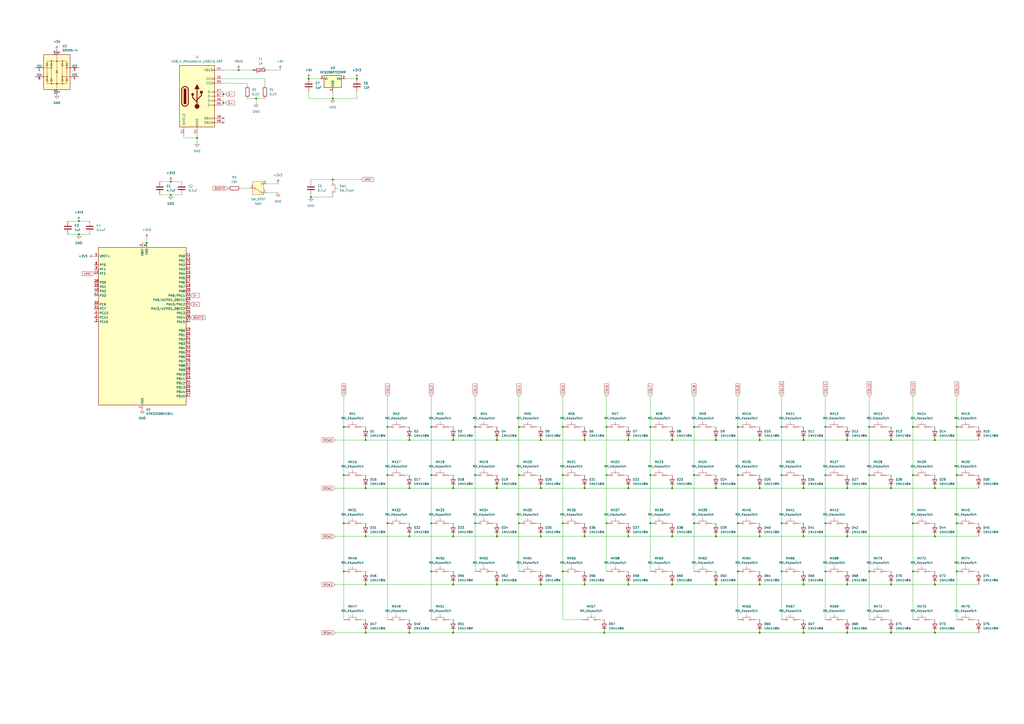
<source format=kicad_sch>
(kicad_sch (version 20250114) (generator "eeschema") (generator_version "9.0")
  (paper "A2")
  (junction (at 212.09 283.21))
  (junction (at 402.59 303.53))
  (junction (at 275.59 247.65))
  (junction (at 288.29 283.21))
  (junction (at 350.52 367.03))
  (junction (at 138.43 40.64))
  (junction (at 542.29 367.03))
  (junction (at 427.99 331.47))
  (junction (at 491.49 283.21))
  (junction (at 351.79 275.59))
  (junction (at 440.69 311.15))
  (junction (at 212.09 339.09))
  (junction (at 288.29 255.27))
  (junction (at 504.19 247.65))
  (junction (at 542.29 283.21))
  (junction (at 207.01 45.72))
  (junction (at 440.69 283.21))
  (junction (at 237.49 283.21))
  (junction (at 453.39 247.65))
  (junction (at 288.29 311.15))
  (junction (at 339.09 283.21))
  (junction (at 114.3 80.01))
  (junction (at 529.59 331.47))
  (junction (at 179.07 45.72))
  (junction (at 478.79 331.47))
  (junction (at 250.19 303.53))
  (junction (at 351.79 247.65))
  (junction (at 554.99 275.59))
  (junction (at 262.89 283.21))
  (junction (at 250.19 331.47))
  (junction (at 554.99 303.53))
  (junction (at 554.99 331.47))
  (junction (at 99.06 113.03))
  (junction (at 148.59 57.15))
  (junction (at 466.09 367.03))
  (junction (at 478.79 247.65))
  (junction (at 389.89 339.09))
  (junction (at 237.49 367.03))
  (junction (at 212.09 255.27))
  (junction (at 529.59 303.53))
  (junction (at 237.49 311.15))
  (junction (at 237.49 255.27))
  (junction (at 554.99 247.65))
  (junction (at 491.49 367.03))
  (junction (at 389.89 255.27))
  (junction (at 415.29 283.21))
  (junction (at 300.99 247.65))
  (junction (at 250.19 247.65))
  (junction (at 453.39 275.59))
  (junction (at 504.19 331.47))
  (junction (at 389.89 311.15))
  (junction (at 326.39 331.47))
  (junction (at 516.89 339.09))
  (junction (at 491.49 339.09))
  (junction (at 415.29 311.15))
  (junction (at 199.39 247.65))
  (junction (at 262.89 339.09))
  (junction (at 199.39 331.47))
  (junction (at 364.49 283.21))
  (junction (at 453.39 303.53))
  (junction (at 212.09 367.03))
  (junction (at 313.69 311.15))
  (junction (at 313.69 283.21))
  (junction (at 275.59 275.59))
  (junction (at 415.29 255.27))
  (junction (at 99.06 105.41))
  (junction (at 440.69 339.09))
  (junction (at 440.69 255.27))
  (junction (at 364.49 311.15))
  (junction (at 377.19 275.59))
  (junction (at 542.29 311.15))
  (junction (at 453.39 331.47))
  (junction (at 313.69 339.09))
  (junction (at 402.59 247.65))
  (junction (at 147.32 40.64))
  (junction (at 516.89 255.27))
  (junction (at 529.59 275.59))
  (junction (at 377.19 247.65))
  (junction (at 542.29 339.09))
  (junction (at 377.19 303.53))
  (junction (at 288.29 339.09))
  (junction (at 326.39 275.59))
  (junction (at 212.09 311.15))
  (junction (at 478.79 303.53))
  (junction (at 85.09 140.97))
  (junction (at 529.59 247.65))
  (junction (at 402.59 275.59))
  (junction (at 193.04 104.14))
  (junction (at 364.49 255.27))
  (junction (at 313.69 255.27))
  (junction (at 262.89 255.27))
  (junction (at 415.29 339.09))
  (junction (at 364.49 339.09))
  (junction (at 224.79 303.53))
  (junction (at 504.19 275.59))
  (junction (at 427.99 303.53))
  (junction (at 199.39 303.53))
  (junction (at 389.89 283.21))
  (junction (at 466.09 311.15))
  (junction (at 199.39 275.59))
  (junction (at 466.09 255.27))
  (junction (at 491.49 255.27))
  (junction (at 45.72 128.27))
  (junction (at 250.19 275.59))
  (junction (at 542.29 255.27))
  (junction (at 516.89 283.21))
  (junction (at 491.49 311.15))
  (junction (at 326.39 303.53))
  (junction (at 193.04 57.15))
  (junction (at 466.09 339.09))
  (junction (at 275.59 303.53))
  (junction (at 224.79 275.59))
  (junction (at 129.54 59.69))
  (junction (at 440.69 367.03))
  (junction (at 339.09 311.15))
  (junction (at 466.09 283.21))
  (junction (at 45.72 135.89))
  (junction (at 326.39 247.65))
  (junction (at 427.99 247.65))
  (junction (at 516.89 367.03))
  (junction (at 262.89 367.03))
  (junction (at 300.99 275.59))
  (junction (at 339.09 255.27))
  (junction (at 129.54 54.61))
  (junction (at 300.99 303.53))
  (junction (at 351.79 303.53))
  (junction (at 262.89 311.15))
  (junction (at 180.34 114.3))
  (junction (at 478.79 275.59))
  (junction (at 339.09 339.09))
  (junction (at 224.79 247.65))
  (junction (at 427.99 275.59))
  (no_connect (at 129.54 71.12))
  (no_connect (at 129.54 68.58))
  (wire (pts (xy 415.29 339.09) (xy 440.69 339.09)))
  (wire (pts (xy 326.39 229.87) (xy 326.39 247.65)))
  (wire (pts (xy 250.19 275.59) (xy 250.19 303.53)))
  (wire (pts (xy 504.19 275.59) (xy 504.19 331.47)))
  (wire (pts (xy 539.75 359.41) (xy 542.29 359.41)))
  (wire (pts (xy 415.29 283.21) (xy 440.69 283.21)))
  (wire (pts (xy 194.31 339.09) (xy 212.09 339.09)))
  (wire (pts (xy 234.95 275.59) (xy 237.49 275.59)))
  (wire (pts (xy 438.15 331.47) (xy 440.69 331.47)))
  (wire (pts (xy 478.79 247.65) (xy 478.79 275.59)))
  (wire (pts (xy 491.49 311.15) (xy 542.29 311.15)))
  (wire (pts (xy 565.15 303.53) (xy 567.69 303.53)))
  (wire (pts (xy 114.3 78.74) (xy 114.3 80.01)))
  (wire (pts (xy 250.19 303.53) (xy 250.19 331.47)))
  (wire (pts (xy 529.59 275.59) (xy 529.59 303.53)))
  (wire (pts (xy 200.66 45.72) (xy 207.01 45.72)))
  (wire (pts (xy 129.54 53.34) (xy 129.54 54.61)))
  (wire (pts (xy 539.75 303.53) (xy 542.29 303.53)))
  (wire (pts (xy 554.99 229.87) (xy 554.99 247.65)))
  (wire (pts (xy 260.35 359.41) (xy 262.89 359.41)))
  (wire (pts (xy 539.75 275.59) (xy 542.29 275.59)))
  (wire (pts (xy 387.35 331.47) (xy 389.89 331.47)))
  (wire (pts (xy 554.99 275.59) (xy 554.99 303.53)))
  (wire (pts (xy 129.54 54.61) (xy 129.54 55.88)))
  (wire (pts (xy 514.35 247.65) (xy 516.89 247.65)))
  (wire (pts (xy 539.75 331.47) (xy 542.29 331.47)))
  (wire (pts (xy 300.99 303.53) (xy 300.99 331.47)))
  (wire (pts (xy 387.35 247.65) (xy 389.89 247.65)))
  (wire (pts (xy 199.39 303.53) (xy 199.39 331.47)))
  (wire (pts (xy 440.69 311.15) (xy 466.09 311.15)))
  (wire (pts (xy 313.69 311.15) (xy 339.09 311.15)))
  (wire (pts (xy 389.89 255.27) (xy 415.29 255.27)))
  (wire (pts (xy 351.79 247.65) (xy 351.79 275.59)))
  (wire (pts (xy 288.29 311.15) (xy 313.69 311.15)))
  (wire (pts (xy 288.29 283.21) (xy 313.69 283.21)))
  (wire (pts (xy 262.89 255.27) (xy 288.29 255.27)))
  (wire (pts (xy 377.19 303.53) (xy 377.19 331.47)))
  (wire (pts (xy 440.69 283.21) (xy 466.09 283.21)))
  (wire (pts (xy 209.55 303.53) (xy 212.09 303.53)))
  (wire (pts (xy 193.04 53.34) (xy 193.04 57.15)))
  (wire (pts (xy 129.54 45.72) (xy 153.67 45.72)))
  (wire (pts (xy 339.09 283.21) (xy 364.49 283.21)))
  (wire (pts (xy 351.79 303.53) (xy 351.79 331.47)))
  (wire (pts (xy 300.99 229.87) (xy 300.99 247.65)))
  (wire (pts (xy 224.79 229.87) (xy 224.79 247.65)))
  (wire (pts (xy 466.09 339.09) (xy 491.49 339.09)))
  (wire (pts (xy 336.55 275.59) (xy 339.09 275.59)))
  (wire (pts (xy 179.07 45.72) (xy 185.42 45.72)))
  (wire (pts (xy 129.54 58.42) (xy 129.54 59.69)))
  (wire (pts (xy 438.15 359.41) (xy 440.69 359.41)))
  (wire (pts (xy 478.79 229.87) (xy 478.79 247.65)))
  (wire (pts (xy 138.43 40.64) (xy 147.32 40.64)))
  (wire (pts (xy 438.15 303.53) (xy 440.69 303.53)))
  (wire (pts (xy 99.06 105.41) (xy 105.41 105.41)))
  (wire (pts (xy 212.09 283.21) (xy 194.31 283.21)))
  (wire (pts (xy 193.04 57.15) (xy 207.01 57.15)))
  (wire (pts (xy 529.59 229.87) (xy 529.59 247.65)))
  (wire (pts (xy 311.15 247.65) (xy 313.69 247.65)))
  (wire (pts (xy 453.39 303.53) (xy 453.39 331.47)))
  (wire (pts (xy 361.95 247.65) (xy 364.49 247.65)))
  (wire (pts (xy 45.72 135.89) (xy 52.07 135.89)))
  (wire (pts (xy 339.09 311.15) (xy 364.49 311.15)))
  (wire (pts (xy 285.75 247.65) (xy 288.29 247.65)))
  (wire (pts (xy 209.55 331.47) (xy 212.09 331.47)))
  (wire (pts (xy 415.29 311.15) (xy 440.69 311.15)))
  (wire (pts (xy 139.7 109.22) (xy 144.78 109.22)))
  (wire (pts (xy 153.67 45.72) (xy 153.67 49.53)))
  (wire (pts (xy 92.71 105.41) (xy 99.06 105.41)))
  (wire (pts (xy 212.09 311.15) (xy 237.49 311.15)))
  (wire (pts (xy 250.19 331.47) (xy 250.19 359.41)))
  (wire (pts (xy 478.79 275.59) (xy 478.79 303.53)))
  (wire (pts (xy 194.31 255.27) (xy 212.09 255.27)))
  (wire (pts (xy 364.49 283.21) (xy 389.89 283.21)))
  (wire (pts (xy 491.49 339.09) (xy 516.89 339.09)))
  (wire (pts (xy 148.59 57.15) (xy 153.67 57.15)))
  (wire (pts (xy 412.75 275.59) (xy 415.29 275.59)))
  (wire (pts (xy 300.99 275.59) (xy 300.99 303.53)))
  (wire (pts (xy 565.15 331.47) (xy 567.69 331.47)))
  (wire (pts (xy 387.35 303.53) (xy 389.89 303.53)))
  (wire (pts (xy 154.94 106.68) (xy 161.29 106.68)))
  (wire (pts (xy 402.59 303.53) (xy 402.59 331.47)))
  (wire (pts (xy 143.51 48.26) (xy 143.51 49.53)))
  (wire (pts (xy 114.3 80.01) (xy 114.3 82.55)))
  (wire (pts (xy 412.75 247.65) (xy 415.29 247.65)))
  (wire (pts (xy 336.55 303.53) (xy 339.09 303.53)))
  (wire (pts (xy 154.94 40.64) (xy 162.56 40.64)))
  (wire (pts (xy 262.89 367.03) (xy 350.52 367.03)))
  (wire (pts (xy 311.15 275.59) (xy 313.69 275.59)))
  (wire (pts (xy 339.09 339.09) (xy 364.49 339.09)))
  (wire (pts (xy 529.59 247.65) (xy 529.59 275.59)))
  (wire (pts (xy 275.59 275.59) (xy 275.59 303.53)))
  (wire (pts (xy 275.59 303.53) (xy 275.59 331.47)))
  (wire (pts (xy 237.49 311.15) (xy 262.89 311.15)))
  (wire (pts (xy 415.29 255.27) (xy 440.69 255.27)))
  (wire (pts (xy 529.59 331.47) (xy 529.59 359.41)))
  (wire (pts (xy 154.94 111.76) (xy 161.29 111.76)))
  (wire (pts (xy 402.59 275.59) (xy 402.59 303.53)))
  (wire (pts (xy 554.99 303.53) (xy 554.99 331.47)))
  (wire (pts (xy 478.79 303.53) (xy 478.79 331.47)))
  (wire (pts (xy 336.55 331.47) (xy 339.09 331.47)))
  (wire (pts (xy 488.95 275.59) (xy 491.49 275.59)))
  (wire (pts (xy 364.49 311.15) (xy 389.89 311.15)))
  (wire (pts (xy 412.75 331.47) (xy 415.29 331.47)))
  (wire (pts (xy 326.39 359.41) (xy 337.82 359.41)))
  (wire (pts (xy 285.75 275.59) (xy 288.29 275.59)))
  (wire (pts (xy 542.29 311.15) (xy 567.69 311.15)))
  (wire (pts (xy 180.34 104.14) (xy 193.04 104.14)))
  (wire (pts (xy 260.35 275.59) (xy 262.89 275.59)))
  (wire (pts (xy 542.29 255.27) (xy 567.69 255.27)))
  (wire (pts (xy 300.99 247.65) (xy 300.99 275.59)))
  (wire (pts (xy 466.09 283.21) (xy 491.49 283.21)))
  (wire (pts (xy 129.54 48.26) (xy 143.51 48.26)))
  (wire (pts (xy 389.89 311.15) (xy 415.29 311.15)))
  (wire (pts (xy 209.55 359.41) (xy 212.09 359.41)))
  (wire (pts (xy 478.79 331.47) (xy 478.79 359.41)))
  (wire (pts (xy 199.39 229.87) (xy 199.39 247.65)))
  (wire (pts (xy 260.35 331.47) (xy 262.89 331.47)))
  (wire (pts (xy 82.55 140.97) (xy 85.09 140.97)))
  (wire (pts (xy 463.55 331.47) (xy 466.09 331.47)))
  (wire (pts (xy 387.35 275.59) (xy 389.89 275.59)))
  (wire (pts (xy 143.51 57.15) (xy 148.59 57.15)))
  (wire (pts (xy 224.79 303.53) (xy 224.79 359.41)))
  (wire (pts (xy 336.55 247.65) (xy 339.09 247.65)))
  (wire (pts (xy 237.49 255.27) (xy 262.89 255.27)))
  (wire (pts (xy 491.49 255.27) (xy 516.89 255.27)))
  (wire (pts (xy 194.31 367.03) (xy 212.09 367.03)))
  (wire (pts (xy 194.31 311.15) (xy 212.09 311.15)))
  (wire (pts (xy 453.39 275.59) (xy 453.39 303.53)))
  (wire (pts (xy 463.55 247.65) (xy 466.09 247.65)))
  (wire (pts (xy 313.69 283.21) (xy 339.09 283.21)))
  (wire (pts (xy 516.89 255.27) (xy 542.29 255.27)))
  (wire (pts (xy 488.95 359.41) (xy 491.49 359.41)))
  (wire (pts (xy 504.19 331.47) (xy 504.19 359.41)))
  (wire (pts (xy 453.39 229.87) (xy 453.39 247.65)))
  (wire (pts (xy 453.39 247.65) (xy 453.39 275.59)))
  (wire (pts (xy 148.59 57.15) (xy 148.59 59.69)))
  (wire (pts (xy 212.09 367.03) (xy 237.49 367.03)))
  (wire (pts (xy 347.98 359.41) (xy 350.52 359.41)))
  (wire (pts (xy 237.49 367.03) (xy 262.89 367.03)))
  (wire (pts (xy 260.35 247.65) (xy 262.89 247.65)))
  (wire (pts (xy 147.32 40.64) (xy 148.59 40.64)))
  (wire (pts (xy 326.39 331.47) (xy 326.39 359.41)))
  (wire (pts (xy 285.75 331.47) (xy 288.29 331.47)))
  (wire (pts (xy 339.09 255.27) (xy 364.49 255.27)))
  (wire (pts (xy 542.29 339.09) (xy 567.69 339.09)))
  (wire (pts (xy 554.99 247.65) (xy 554.99 275.59)))
  (wire (pts (xy 193.04 114.3) (xy 180.34 114.3)))
  (wire (pts (xy 129.54 59.69) (xy 130.81 59.69)))
  (wire (pts (xy 39.37 128.27) (xy 45.72 128.27)))
  (wire (pts (xy 288.29 255.27) (xy 313.69 255.27)))
  (wire (pts (xy 361.95 275.59) (xy 364.49 275.59)))
  (wire (pts (xy 514.35 275.59) (xy 516.89 275.59)))
  (wire (pts (xy 179.07 57.15) (xy 193.04 57.15)))
  (wire (pts (xy 92.71 113.03) (xy 99.06 113.03)))
  (wire (pts (xy 427.99 303.53) (xy 427.99 331.47)))
  (wire (pts (xy 504.19 247.65) (xy 504.19 275.59)))
  (wire (pts (xy 402.59 247.65) (xy 402.59 275.59)))
  (wire (pts (xy 106.68 80.01) (xy 114.3 80.01)))
  (wire (pts (xy 565.15 359.41) (xy 567.69 359.41)))
  (wire (pts (xy 199.39 331.47) (xy 199.39 359.41)))
  (wire (pts (xy 488.95 247.65) (xy 491.49 247.65)))
  (wire (pts (xy 516.89 339.09) (xy 542.29 339.09)))
  (wire (pts (xy 180.34 105.41) (xy 180.34 104.14)))
  (wire (pts (xy 453.39 331.47) (xy 453.39 359.41)))
  (wire (pts (xy 106.68 78.74) (xy 106.68 80.01)))
  (wire (pts (xy 311.15 331.47) (xy 313.69 331.47)))
  (wire (pts (xy 129.54 54.61) (xy 130.81 54.61)))
  (wire (pts (xy 180.34 114.3) (xy 180.34 113.03)))
  (wire (pts (xy 491.49 283.21) (xy 516.89 283.21)))
  (wire (pts (xy 440.69 367.03) (xy 466.09 367.03)))
  (wire (pts (xy 234.95 303.53) (xy 237.49 303.53)))
  (wire (pts (xy 514.35 359.41) (xy 516.89 359.41)))
  (wire (pts (xy 129.54 59.69) (xy 129.54 60.96)))
  (wire (pts (xy 45.72 128.27) (xy 52.07 128.27)))
  (wire (pts (xy 234.95 247.65) (xy 237.49 247.65)))
  (wire (pts (xy 179.07 53.34) (xy 179.07 57.15)))
  (wire (pts (xy 326.39 275.59) (xy 326.39 303.53)))
  (wire (pts (xy 234.95 359.41) (xy 237.49 359.41)))
  (wire (pts (xy 463.55 275.59) (xy 466.09 275.59)))
  (wire (pts (xy 402.59 229.87) (xy 402.59 247.65)))
  (wire (pts (xy 209.55 275.59) (xy 212.09 275.59)))
  (wire (pts (xy 514.35 331.47) (xy 516.89 331.47)))
  (wire (pts (xy 260.35 303.53) (xy 262.89 303.53)))
  (wire (pts (xy 539.75 247.65) (xy 542.29 247.65)))
  (wire (pts (xy 389.89 283.21) (xy 415.29 283.21)))
  (wire (pts (xy 262.89 283.21) (xy 288.29 283.21)))
  (wire (pts (xy 463.55 359.41) (xy 466.09 359.41)))
  (wire (pts (xy 440.69 255.27) (xy 466.09 255.27)))
  (wire (pts (xy 516.89 367.03) (xy 542.29 367.03)))
  (wire (pts (xy 466.09 311.15) (xy 491.49 311.15)))
  (wire (pts (xy 438.15 275.59) (xy 440.69 275.59)))
  (wire (pts (xy 351.79 275.59) (xy 351.79 303.53)))
  (wire (pts (xy 326.39 247.65) (xy 326.39 275.59)))
  (wire (pts (xy 565.15 247.65) (xy 567.69 247.65)))
  (wire (pts (xy 488.95 303.53) (xy 491.49 303.53)))
  (wire (pts (xy 565.15 275.59) (xy 567.69 275.59)))
  (wire (pts (xy 542.29 283.21) (xy 567.69 283.21)))
  (wire (pts (xy 529.59 303.53) (xy 529.59 331.47)))
  (wire (pts (xy 129.54 40.64) (xy 138.43 40.64)))
  (wire (pts (xy 199.39 247.65) (xy 199.39 275.59)))
  (wire (pts (xy 466.09 255.27) (xy 491.49 255.27)))
  (wire (pts (xy 427.99 247.65) (xy 427.99 275.59)))
  (wire (pts (xy 361.95 303.53) (xy 364.49 303.53)))
  (wire (pts (xy 311.15 303.53) (xy 313.69 303.53)))
  (wire (pts (xy 275.59 247.65) (xy 275.59 275.59)))
  (wire (pts (xy 361.95 331.47) (xy 364.49 331.47)))
  (wire (pts (xy 212.09 255.27) (xy 237.49 255.27)))
  (wire (pts (xy 542.29 367.03) (xy 567.69 367.03)))
  (wire (pts (xy 209.55 247.65) (xy 212.09 247.65)))
  (wire (pts (xy 262.89 339.09) (xy 288.29 339.09)))
  (wire (pts (xy 224.79 247.65) (xy 224.79 275.59)))
  (wire (pts (xy 39.37 135.89) (xy 45.72 135.89)))
  (wire (pts (xy 288.29 339.09) (xy 313.69 339.09)))
  (wire (pts (xy 554.99 331.47) (xy 554.99 359.41)))
  (wire (pts (xy 275.59 229.87) (xy 275.59 247.65)))
  (wire (pts (xy 440.69 339.09) (xy 466.09 339.09)))
  (wire (pts (xy 438.15 247.65) (xy 440.69 247.65)))
  (wire (pts (xy 364.49 339.09) (xy 389.89 339.09)))
  (wire (pts (xy 377.19 275.59) (xy 377.19 303.53)))
  (wire (pts (xy 466.09 367.03) (xy 491.49 367.03)))
  (wire (pts (xy 364.49 255.27) (xy 389.89 255.27)))
  (wire (pts (xy 377.19 229.87) (xy 377.19 247.65)))
  (wire (pts (xy 313.69 339.09) (xy 339.09 339.09)))
  (wire (pts (xy 350.52 367.03) (xy 440.69 367.03)))
  (wire (pts (xy 285.75 303.53) (xy 288.29 303.53)))
  (wire (pts (xy 199.39 275.59) (xy 199.39 303.53)))
  (wire (pts (xy 237.49 283.21) (xy 262.89 283.21)))
  (wire (pts (xy 313.69 255.27) (xy 339.09 255.27)))
  (wire (pts (xy 207.01 57.15) (xy 207.01 53.34)))
  (wire (pts (xy 212.09 283.21) (xy 237.49 283.21)))
  (wire (pts (xy 193.04 104.14) (xy 209.55 104.14)))
  (wire (pts (xy 516.89 283.21) (xy 542.29 283.21)))
  (wire (pts (xy 250.19 229.87) (xy 250.19 247.65)))
  (wire (pts (xy 504.19 229.87) (xy 504.19 247.65)))
  (wire (pts (xy 427.99 331.47) (xy 427.99 359.41)))
  (wire (pts (xy 326.39 303.53) (xy 326.39 331.47)))
  (wire (pts (xy 427.99 275.59) (xy 427.99 303.53)))
  (wire (pts (xy 377.19 247.65) (xy 377.19 275.59)))
  (wire (pts (xy 262.89 311.15) (xy 288.29 311.15)))
  (wire (pts (xy 412.75 303.53) (xy 415.29 303.53)))
  (wire (pts (xy 250.19 247.65) (xy 250.19 275.59)))
  (wire (pts (xy 99.06 113.03) (xy 105.41 113.03)))
  (wire (pts (xy 427.99 229.87) (xy 427.99 247.65)))
  (wire (pts (xy 224.79 275.59) (xy 224.79 303.53)))
  (wire (pts (xy 389.89 339.09) (xy 415.29 339.09)))
  (wire (pts (xy 351.79 229.87) (xy 351.79 247.65)))
  (wire (pts (xy 463.55 303.53) (xy 466.09 303.53)))
  (wire (pts (xy 491.49 367.03) (xy 516.89 367.03)))
  (wire (pts (xy 212.09 339.09) (xy 262.89 339.09)))
  (wire (pts (xy 488.95 331.47) (xy 491.49 331.47)))
  (wire (pts (xy 85.09 138.43) (xy 85.09 140.97)))
  (global_label "COL11" (shape input) (at 478.79 229.87 90) (property "Intersheetrefs" "${INTERSHEET_REFS}" (effects (hide yes))))
  (global_label "COL14" (shape input) (at 554.99 229.87 90) (property "Intersheetrefs" "${INTERSHEET_REFS}" (effects (hide yes))))
  (global_label "D-" (shape input) (at 130.81 54.61 0) (property "Intersheetrefs" "${INTERSHEET_REFS}" (effects (hide yes))))
  (global_label "D+" (shape input) (at 110.49 176.53 0) (property "Intersheetrefs" "${INTERSHEET_REFS}" (effects (hide yes))))
  (global_label "COL4" (shape input) (at 300.99 229.87 90) (property "Intersheetrefs" "${INTERSHEET_REFS}" (effects (hide yes))))
  (global_label "COL8" (shape input) (at 402.59 229.87 90) (property "Intersheetrefs" "${INTERSHEET_REFS}" (effects (hide yes))))
  (global_label "COL1" (shape input) (at 224.79 229.87 90) (property "Intersheetrefs" "${INTERSHEET_REFS}" (effects (hide yes))))
  (global_label "nRST" (shape input) (at 209.55 104.14 0) (property "Intersheetrefs" "${INTERSHEET_REFS}" (effects (hide yes))))
  (global_label "COL6" (shape input) (at 351.79 229.87 90) (property "Intersheetrefs" "${INTERSHEET_REFS}" (effects (hide yes))))
  (global_label "COL0" (shape input) (at 199.39 229.87 90) (property "Intersheetrefs" "${INTERSHEET_REFS}" (effects (hide yes))))
  (global_label "COL10" (shape input) (at 453.39 229.87 90) (property "Intersheetrefs" "${INTERSHEET_REFS}" (effects (hide yes))))
  (global_label "ROW0" (shape input) (at 194.31 255.27 180) (property "Intersheetrefs" "${INTERSHEET_REFS}" (effects (hide yes))))
  (global_label "COL5" (shape input) (at 326.39 229.87 90) (property "Intersheetrefs" "${INTERSHEET_REFS}" (effects (hide yes))))
  (global_label "COL9" (shape input) (at 427.99 229.87 90) (property "Intersheetrefs" "${INTERSHEET_REFS}" (effects (hide yes))))
  (global_label "ROW4" (shape input) (at 194.31 367.03 180) (property "Intersheetrefs" "${INTERSHEET_REFS}" (effects (hide yes))))
  (global_label "COL12" (shape input) (at 504.19 229.87 90) (property "Intersheetrefs" "${INTERSHEET_REFS}" (effects (hide yes))))
  (global_label "ROW1" (shape input) (at 194.31 283.21 180) (property "Intersheetrefs" "${INTERSHEET_REFS}" (effects (hide yes))))
  (global_label "nRST" (shape input) (at 54.61 158.75 180) (property "Intersheetrefs" "${INTERSHEET_REFS}" (effects (hide yes))))
  (global_label "COL3" (shape input) (at 275.59 229.87 90) (property "Intersheetrefs" "${INTERSHEET_REFS}" (effects (hide yes))))
  (global_label "COL13" (shape input) (at 529.59 229.87 90) (property "Intersheetrefs" "${INTERSHEET_REFS}" (effects (hide yes))))
  (global_label "ROW3" (shape input) (at 194.31 339.09 180) (property "Intersheetrefs" "${INTERSHEET_REFS}" (effects (hide yes))))
  (global_label "COL7" (shape input) (at 377.19 229.87 90) (property "Intersheetrefs" "${INTERSHEET_REFS}" (effects (hide yes))))
  (global_label "BOOT0" (shape input) (at 110.49 184.15 0) (property "Intersheetrefs" "${INTERSHEET_REFS}" (effects (hide yes))))
  (global_label "D-" (shape input) (at 110.49 171.45 0) (property "Intersheetrefs" "${INTERSHEET_REFS}" (effects (hide yes))))
  (global_label "ROW2" (shape input) (at 194.31 311.15 180) (property "Intersheetrefs" "${INTERSHEET_REFS}" (effects (hide yes))))
  (global_label "BOOT0" (shape input) (at 132.08 109.22 180) (property "Intersheetrefs" "${INTERSHEET_REFS}" (effects (hide yes))))
  (global_label "COL2" (shape input) (at 250.19 229.87 90) (property "Intersheetrefs" "${INTERSHEET_REFS}" (effects (hide yes))))
  (global_label "D+" (shape input) (at 130.81 59.69 0) (property "Intersheetrefs" "${INTERSHEET_REFS}" (effects (hide yes))))
  (symbol (lib_id "Switch:SW_Push") (at 229.87 247.65 0) (unit 1)
    (property "Reference" "MX2" (at 229.87 240.03 0))
    (property "Value" "MX_Keyswitch" (at 229.87 242.57 0))
    (property "Description" "Push button switch, generic, two pins" (effects (hide yes)))
  )
  (symbol (lib_id "Switch:SW_Push") (at 255.27 275.59 0) (unit 1)
    (property "Reference" "MX18" (at 255.27 267.97 0))
    (property "Value" "MX_Keyswitch" (at 255.27 270.51 0))
    (property "Description" "Push button switch, generic, two pins" (effects (hide yes)))
  )
  (symbol (lib_id "Device:D") (at 466.09 335.28 90) (unit 1)
    (property "Reference" "D66" (at 468.63 334.0099 90) (effects (justify right)))
    (property "Value" "1N4148W" (at 468.63 336.5499 90) (effects (justify right)))
    (property "Footprint" "Diode_SMD:D_SOD-123" (effects (hide yes)))
    (property "Description" "Diode" (effects (hide yes)))
    (property "Sim.Device" "D" (effects (hide yes)))
    (property "Sim.Pins" "1=K 2=A" (effects (hide yes)))
  )
  (symbol (lib_id "Switch:SW_Push") (at 534.67 247.65 0) (unit 1)
    (property "Reference" "MX14" (at 534.67 240.03 0))
    (property "Value" "MX_Keyswitch" (at 534.67 242.57 0))
    (property "Description" "Push button switch, generic, two pins" (effects (hide yes)))
  )
  (symbol (lib_id "Switch:SW_Push") (at 483.87 275.59 0) (unit 1)
    (property "Reference" "MX27" (at 483.87 267.97 0))
    (property "Value" "MX_Keyswitch" (at 483.87 270.51 0))
    (property "Description" "Push button switch, generic, two pins" (effects (hide yes)))
  )
  (symbol (lib_id "Device:D") (at 262.89 251.46 90) (unit 1)
    (property "Reference" "D3" (at 265.43 250.1899 90) (effects (justify right)))
    (property "Value" "1N4148W" (at 265.43 252.7299 90) (effects (justify right)))
    (property "Footprint" "Diode_SMD:D_SOD-123" (effects (hide yes)))
    (property "Description" "Diode" (effects (hide yes)))
    (property "Sim.Device" "D" (effects (hide yes)))
    (property "Sim.Pins" "1=K 2=A" (effects (hide yes)))
  )
  (symbol (lib_id "Device:D") (at 516.89 279.4 90) (unit 1)
    (property "Reference" "D28" (at 519.43 278.1299 90) (effects (justify right)))
    (property "Value" "1N4148W" (at 519.43 280.6699 90) (effects (justify right)))
    (property "Footprint" "Diode_SMD:D_SOD-123" (effects (hide yes)))
    (property "Description" "Diode" (effects (hide yes)))
    (property "Sim.Device" "D" (effects (hide yes)))
    (property "Sim.Pins" "1=K 2=A" (effects (hide yes)))
  )
  (symbol (lib_id "Device:Polyfuse") (at 151.13 40.64 90) (unit 1)
    (property "Reference" "F1" (at 151.13 34.29 90))
    (property "Value" "1A" (at 151.13 36.83 90))
    (property "Footprint" "Fuse:Fuse_1206_3216Metric" (effects (hide yes)))
    (property "Description" "Resettable fuse, polymeric positive temperature coefficient" (effects (hide yes)))
  )
  (symbol (lib_id "Device:D") (at 415.29 307.34 90) (unit 1)
    (property "Reference" "D39" (at 417.83 306.0699 90) (effects (justify right)))
    (property "Value" "1N4148W" (at 417.83 308.6099 90) (effects (justify right)))
    (property "Footprint" "Diode_SMD:D_SOD-123" (effects (hide yes)))
    (property "Description" "Diode" (effects (hide yes)))
    (property "Sim.Device" "D" (effects (hide yes)))
    (property "Sim.Pins" "1=K 2=A" (effects (hide yes)))
  )
  (symbol (lib_id "Switch:SW_Push") (at 204.47 303.53 0) (unit 1)
    (property "Reference" "MX31" (at 204.47 295.91 0))
    (property "Value" "MX_Keyswitch" (at 204.47 298.45 0))
    (property "Description" "Push button switch, generic, two pins" (effects (hide yes)))
  )
  (symbol (lib_id "Switch:SW_Push") (at 204.47 331.47 0) (unit 1)
    (property "Reference" "MX46" (at 204.47 323.85 0))
    (property "Value" "MX_Keyswitch" (at 204.47 326.39 0))
    (property "Description" "Push button switch, generic, two pins" (effects (hide yes)))
  )
  (symbol (lib_id "Device:D") (at 288.29 251.46 90) (unit 1)
    (property "Reference" "D4" (at 290.83 250.1899 90) (effects (justify right)))
    (property "Value" "1N4148W" (at 290.83 252.7299 90) (effects (justify right)))
    (property "Footprint" "Diode_SMD:D_SOD-123" (effects (hide yes)))
    (property "Description" "Diode" (effects (hide yes)))
    (property "Sim.Device" "D" (effects (hide yes)))
    (property "Sim.Pins" "1=K 2=A" (effects (hide yes)))
  )
  (symbol (lib_id "power:+3V3") (at 54.61 148.59 90) (unit 1)
    (property "Reference" "#PWR03" (effects (hide yes)))
    (property "Value" "+3V3" (at 50.8 148.5899 90) (effects (justify left)))
    (property "Description" "Power symbol creates a global label with name \"+3V3\"" (effects (hide yes)))
  )
  (symbol (lib_id "Switch:SW_Push") (at 255.27 331.47 0) (unit 1)
    (property "Reference" "MX50" (at 255.27 323.85 0))
    (property "Value" "MX_Keyswitch" (at 255.27 326.39 0))
    (property "Description" "Push button switch, generic, two pins" (effects (hide yes)))
  )
  (symbol (lib_id "Device:D") (at 212.09 307.34 90) (unit 1)
    (property "Reference" "D31" (at 214.63 306.0699 90) (effects (justify right)))
    (property "Value" "1N4148W" (at 214.63 308.6099 90) (effects (justify right)))
    (property "Footprint" "Diode_SMD:D_SOD-123" (effects (hide yes)))
    (property "Description" "Diode" (effects (hide yes)))
    (property "Sim.Device" "D" (effects (hide yes)))
    (property "Sim.Pins" "1=K 2=A" (effects (hide yes)))
  )
  (symbol (lib_id "Switch:SW_Push") (at 560.07 303.53 0) (unit 1)
    (property "Reference" "MX45" (at 560.07 295.91 0))
    (property "Value" "MX_Keyswitch" (at 560.07 298.45 0))
    (property "Description" "Push button switch, generic, two pins" (effects (hide yes)))
  )
  (symbol (lib_id "Device:C") (at 105.41 109.22 0) (unit 1)
    (property "Reference" "C2" (at 109.22 107.9499 0) (effects (justify left)))
    (property "Value" "0.1uF" (at 109.22 110.4899 0) (effects (justify left)))
    (property "Footprint" "Capacitor_SMD:C_0805_2012Metric" (effects (hide yes)))
    (property "Description" "Unpolarized capacitor" (effects (hide yes)))
  )
  (symbol (lib_id "PCM_marbastlib-various:SRV05-4") (at 33.02 41.91 0) (unit 1)
    (property "Reference" "U2" (at 36.1381 26.67 0) (effects (justify left)))
    (property "Value" "SRV05-4" (at 36.1381 29.21 0) (effects (justify left)))
    (property "Footprint" "PCM_marbastlib-various:SOT-23-6-routable" (effects (hide yes)))
    (property "Datasheet" "http://www.onsemi.com/pub/Collateral/SRV05-4-D.PDF" (effects (hide yes)))
    (property "Description" "ESD Protection Diodes with Low Clamping Voltage, SOT-23-6" (effects (hide yes)))
  )
  (symbol (lib_id "Device:D") (at 542.29 335.28 90) (unit 1)
    (property "Reference" "D72" (at 544.83 334.0099 90) (effects (justify right)))
    (property "Value" "1N4148W" (at 544.83 336.5499 90) (effects (justify right)))
    (property "Footprint" "Diode_SMD:D_SOD-123" (effects (hide yes)))
    (property "Description" "Diode" (effects (hide yes)))
    (property "Sim.Device" "D" (effects (hide yes)))
    (property "Sim.Pins" "1=K 2=A" (effects (hide yes)))
  )
  (symbol (lib_id "Switch:SW_Push") (at 560.07 275.59 0) (unit 1)
    (property "Reference" "MX30" (at 560.07 267.97 0))
    (property "Value" "MX_Keyswitch" (at 560.07 270.51 0))
    (property "Description" "Push button switch, generic, two pins" (effects (hide yes)))
  )
  (symbol (lib_id "Device:D") (at 466.09 307.34 90) (unit 1)
    (property "Reference" "D41" (at 468.63 306.0699 90) (effects (justify right)))
    (property "Value" "1N4148W" (at 468.63 308.6099 90) (effects (justify right)))
    (property "Footprint" "Diode_SMD:D_SOD-123" (effects (hide yes)))
    (property "Description" "Diode" (effects (hide yes)))
    (property "Sim.Device" "D" (effects (hide yes)))
    (property "Sim.Pins" "1=K 2=A" (effects (hide yes)))
  )
  (symbol (lib_id "Switch:SW_Push") (at 433.07 331.47 0) (unit 1)
    (property "Reference" "MX64" (at 433.07 323.85 0))
    (property "Value" "MX_Keyswitch" (at 433.07 326.39 0))
    (property "Description" "Push button switch, generic, two pins" (effects (hide yes)))
  )
  (symbol (lib_id "Device:D") (at 415.29 335.28 90) (unit 1)
    (property "Reference" "D62" (at 417.83 334.0099 90) (effects (justify right)))
    (property "Value" "1N4148W" (at 417.83 336.5499 90) (effects (justify right)))
    (property "Footprint" "Diode_SMD:D_SOD-123" (effects (hide yes)))
    (property "Description" "Diode" (effects (hide yes)))
    (property "Sim.Device" "D" (effects (hide yes)))
    (property "Sim.Pins" "1=K 2=A" (effects (hide yes)))
  )
  (symbol (lib_id "Device:D") (at 364.49 335.28 90) (unit 1)
    (property "Reference" "D58" (at 367.03 334.0099 90) (effects (justify right)))
    (property "Value" "1N4148W" (at 367.03 336.5499 90) (effects (justify right)))
    (property "Footprint" "Diode_SMD:D_SOD-123" (effects (hide yes)))
    (property "Description" "Diode" (effects (hide yes)))
    (property "Sim.Device" "D" (effects (hide yes)))
    (property "Sim.Pins" "1=K 2=A" (effects (hide yes)))
  )
  (symbol (lib_id "Device:D") (at 491.49 335.28 90) (unit 1)
    (property "Reference" "D68" (at 494.03 334.0099 90) (effects (justify right)))
    (property "Value" "1N4148W" (at 494.03 336.5499 90) (effects (justify right)))
    (property "Footprint" "Diode_SMD:D_SOD-123" (effects (hide yes)))
    (property "Description" "Diode" (effects (hide yes)))
    (property "Sim.Device" "D" (effects (hide yes)))
    (property "Sim.Pins" "1=K 2=A" (effects (hide yes)))
  )
  (symbol (lib_id "power:+3V3") (at 99.06 105.41 0) (unit 1)
    (property "Reference" "#PWR05" (effects (hide yes)))
    (property "Value" "+3V3" (at 99.06 100.33 0))
    (property "Description" "Power symbol creates a global label with name \"+3V3\"" (effects (hide yes)))
  )
  (symbol (lib_id "Device:D") (at 212.09 363.22 90) (unit 1)
    (property "Reference" "D47" (at 214.63 361.9499 90) (effects (justify right)))
    (property "Value" "1N4148W" (at 214.63 364.4899 90) (effects (justify right)))
    (property "Footprint" "Diode_SMD:D_SOD-123" (effects (hide yes)))
    (property "Description" "Diode" (effects (hide yes)))
    (property "Sim.Device" "D" (effects (hide yes)))
    (property "Sim.Pins" "1=K 2=A" (effects (hide yes)))
  )
  (symbol (lib_id "Device:D") (at 415.29 251.46 90) (unit 1)
    (property "Reference" "D9" (at 417.83 250.1899 90) (effects (justify right)))
    (property "Value" "1N4148W" (at 417.83 252.7299 90) (effects (justify right)))
    (property "Footprint" "Diode_SMD:D_SOD-123" (effects (hide yes)))
    (property "Description" "Diode" (effects (hide yes)))
    (property "Sim.Device" "D" (effects (hide yes)))
    (property "Sim.Pins" "1=K 2=A" (effects (hide yes)))
  )
  (symbol (lib_id "Switch:SW_Push") (at 433.07 275.59 0) (unit 1)
    (property "Reference" "MX25" (at 433.07 267.97 0))
    (property "Value" "MX_Keyswitch" (at 433.07 270.51 0))
    (property "Description" "Push button switch, generic, two pins" (effects (hide yes)))
  )
  (symbol (lib_id "Device:D") (at 567.69 279.4 90) (unit 1)
    (property "Reference" "D30" (at 570.23 278.1299 90) (effects (justify right)))
    (property "Value" "1N4148W" (at 570.23 280.6699 90) (effects (justify right)))
    (property "Footprint" "Diode_SMD:D_SOD-123" (effects (hide yes)))
    (property "Description" "Diode" (effects (hide yes)))
    (property "Sim.Device" "D" (effects (hide yes)))
    (property "Sim.Pins" "1=K 2=A" (effects (hide yes)))
  )
  (symbol (lib_id "Device:D") (at 567.69 307.34 90) (unit 1)
    (property "Reference" "D45" (at 570.23 306.0699 90) (effects (justify right)))
    (property "Value" "1N4148W" (at 570.23 308.6099 90) (effects (justify right)))
    (property "Footprint" "Diode_SMD:D_SOD-123" (effects (hide yes)))
    (property "Description" "Diode" (effects (hide yes)))
    (property "Sim.Device" "D" (effects (hide yes)))
    (property "Sim.Pins" "1=K 2=A" (effects (hide yes)))
  )
  (symbol (lib_id "power:+3V3") (at 85.09 138.43 0) (unit 1)
    (property "Reference" "#PWR02" (effects (hide yes)))
    (property "Value" "+3V3" (at 85.09 133.35 0))
    (property "Description" "Power symbol creates a global label with name \"+3V3\"" (effects (hide yes)))
  )
  (symbol (lib_id "Switch:SW_Push") (at 356.87 247.65 0) (unit 1)
    (property "Reference" "MX7" (at 356.87 240.03 0))
    (property "Value" "MX_Keyswitch" (at 356.87 242.57 0))
    (property "Description" "Push button switch, generic, two pins" (effects (hide yes)))
  )
  (symbol (lib_id "Device:D") (at 516.89 251.46 90) (unit 1)
    (property "Reference" "D13" (at 519.43 250.1899 90) (effects (justify right)))
    (property "Value" "1N4148W" (at 519.43 252.7299 90) (effects (justify right)))
    (property "Footprint" "Diode_SMD:D_SOD-123" (effects (hide yes)))
    (property "Description" "Diode" (effects (hide yes)))
    (property "Sim.Device" "D" (effects (hide yes)))
    (property "Sim.Pins" "1=K 2=A" (effects (hide yes)))
  )
  (symbol (lib_id "Device:D") (at 237.49 251.46 90) (unit 1)
    (property "Reference" "D2" (at 240.03 250.1899 90) (effects (justify right)))
    (property "Value" "1N4148W" (at 240.03 252.7299 90) (effects (justify right)))
    (property "Footprint" "Diode_SMD:D_SOD-123" (effects (hide yes)))
    (property "Description" "Diode" (effects (hide yes)))
    (property "Sim.Device" "D" (effects (hide yes)))
    (property "Sim.Pins" "1=K 2=A" (effects (hide yes)))
  )
  (symbol (lib_id "Switch:SW_Push") (at 356.87 303.53 0) (unit 1)
    (property "Reference" "MX37" (at 356.87 295.91 0))
    (property "Value" "MX_Keyswitch" (at 356.87 298.45 0))
    (property "Description" "Push button switch, generic, two pins" (effects (hide yes)))
  )
  (symbol (lib_id "power:GND") (at 33.02 54.61 0) (unit 1)
    (property "Reference" "#PWR015" (effects (hide yes)))
    (property "Value" "GND" (at 33.02 59.69 0))
    (property "Description" "Power symbol creates a global label with name \"GND\" , ground" (effects (hide yes)))
  )
  (symbol (lib_id "Device:D") (at 567.69 335.28 90) (unit 1)
    (property "Reference" "D74" (at 570.23 334.0099 90) (effects (justify right)))
    (property "Value" "1N4148W" (at 570.23 336.5499 90) (effects (justify right)))
    (property "Footprint" "Diode_SMD:D_SOD-123" (effects (hide yes)))
    (property "Description" "Diode" (effects (hide yes)))
    (property "Sim.Device" "D" (effects (hide yes)))
    (property "Sim.Pins" "1=K 2=A" (effects (hide yes)))
  )
  (symbol (lib_id "Switch:SW_Push") (at 306.07 247.65 0) (unit 1)
    (property "Reference" "MX5" (at 306.07 240.03 0))
    (property "Value" "MX_Keyswitch" (at 306.07 242.57 0))
    (property "Description" "Push button switch, generic, two pins" (effects (hide yes)))
  )
  (symbol (lib_id "MCU_ST_STM32G0:STM32G0B1CBTx") (at 82.55 189.23 0) (unit 1)
    (property "Reference" "U1" (at 84.6933 237.49 0) (effects (justify left)))
    (property "Value" "STM32G0B1CBTx" (at 84.6933 240.03 0) (effects (justify left)))
    (property "Footprint" "Package_QFP:LQFP-48_7x7mm_P0.5mm" (effects (hide yes)))
    (property "Datasheet" "https://www.st.com/resource/en/datasheet/stm32g0b1cb.pdf" (effects (hide yes)))
    (property "Description" "STMicroelectronics Arm Cortex-M0+ MCU, 128KB flash, 144KB RAM, 64 MHz, 1.7-3.6V, 44 GPIO, LQFP48" (effects (hide yes)))
  )
  (symbol (lib_id "power:GND") (at 180.34 114.3 0) (unit 1)
    (property "Reference" "#PWR016" (effects (hide yes)))
    (property "Value" "GND" (at 180.34 119.38 0))
    (property "Description" "Power symbol creates a global label with name \"GND\" , ground" (effects (hide yes)))
  )
  (symbol (lib_id "Switch:SW_Push") (at 433.07 359.41 0) (unit 1)
    (property "Reference" "MX65" (at 433.07 351.79 0))
    (property "Value" "MX_Keyswitch" (at 433.07 354.33 0))
    (property "Description" "Push button switch, generic, two pins" (effects (hide yes)))
  )
  (symbol (lib_id "Device:C") (at 180.34 109.22 0) (unit 1)
    (property "Reference" "C5" (at 184.15 107.9499 0) (effects (justify left)))
    (property "Value" "0.1uF" (at 184.15 110.4899 0) (effects (justify left)))
    (property "Footprint" "Capacitor_SMD:C_0805_2012Metric" (effects (hide yes)))
    (property "Description" "Unpolarized capacitor" (effects (hide yes)))
  )
  (symbol (lib_id "Device:D") (at 212.09 251.46 90) (unit 1)
    (property "Reference" "D1" (at 214.63 250.1899 90) (effects (justify right)))
    (property "Value" "1N4148W" (at 214.63 252.7299 90) (effects (justify right)))
    (property "Footprint" "Diode_SMD:D_SOD-123" (effects (hide yes)))
    (property "Description" "Diode" (effects (hide yes)))
    (property "Sim.Device" "D" (effects (hide yes)))
    (property "Sim.Pins" "1=K 2=A" (effects (hide yes)))
  )
  (symbol (lib_id "Switch:SW_Push") (at 255.27 359.41 0) (unit 1)
    (property "Reference" "MX51" (at 255.27 351.79 0))
    (property "Value" "MX_Keyswitch" (at 255.27 354.33 0))
    (property "Description" "Push button switch, generic, two pins" (effects (hide yes)))
  )
  (symbol (lib_id "Switch:SW_Push") (at 280.67 275.59 0) (unit 1)
    (property "Reference" "MX19" (at 280.67 267.97 0))
    (property "Value" "MX_Keyswitch" (at 280.67 270.51 0))
    (property "Description" "Push button switch, generic, two pins" (effects (hide yes)))
  )
  (symbol (lib_id "Device:D") (at 313.69 335.28 90) (unit 1)
    (property "Reference" "D54" (at 316.23 334.0099 90) (effects (justify right)))
    (property "Value" "1N4148W" (at 316.23 336.5499 90) (effects (justify right)))
    (property "Footprint" "Diode_SMD:D_SOD-123" (effects (hide yes)))
    (property "Description" "Diode" (effects (hide yes)))
    (property "Sim.Device" "D" (effects (hide yes)))
    (property "Sim.Pins" "1=K 2=A" (effects (hide yes)))
  )
  (symbol (lib_id "Switch:SW_Push") (at 280.67 331.47 0) (unit 1)
    (property "Reference" "MX52" (at 280.67 323.85 0))
    (property "Value" "MX_Keyswitch" (at 280.67 326.39 0))
    (property "Description" "Push button switch, generic, two pins" (effects (hide yes)))
  )
  (symbol (lib_id "power:GND") (at 193.04 57.15 0) (unit 1)
    (property "Reference" "#PWR017" (effects (hide yes)))
    (property "Value" "GND" (at 193.04 62.23 0))
    (property "Description" "Power symbol creates a global label with name \"GND\" , ground" (effects (hide yes)))
  )
  (symbol (lib_id "Device:D") (at 440.69 363.22 90) (unit 1)
    (property "Reference" "D65" (at 443.23 361.9499 90) (effects (justify right)))
    (property "Value" "1N4148W" (at 443.23 364.4899 90) (effects (justify right)))
    (property "Footprint" "Diode_SMD:D_SOD-123" (effects (hide yes)))
    (property "Description" "Diode" (effects (hide yes)))
    (property "Sim.Device" "D" (effects (hide yes)))
    (property "Sim.Pins" "1=K 2=A" (effects (hide yes)))
  )
  (symbol (lib_id "Switch:SW_Push") (at 407.67 247.65 0) (unit 1)
    (property "Reference" "MX9" (at 407.67 240.03 0))
    (property "Value" "MX_Keyswitch" (at 407.67 242.57 0))
    (property "Description" "Push button switch, generic, two pins" (effects (hide yes)))
  )
  (symbol (lib_id "Switch:SW_Push") (at 560.07 331.47 0) (unit 1)
    (property "Reference" "MX74" (at 560.07 323.85 0))
    (property "Value" "MX_Keyswitch" (at 560.07 326.39 0))
    (property "Description" "Push button switch, generic, two pins" (effects (hide yes)))
  )
  (symbol (lib_id "Switch:SW_Push") (at 382.27 331.47 0) (unit 1)
    (property "Reference" "MX60" (at 382.27 323.85 0))
    (property "Value" "MX_Keyswitch" (at 382.27 326.39 0))
    (property "Description" "Push button switch, generic, two pins" (effects (hide yes)))
  )
  (symbol (lib_id "Device:D") (at 389.89 335.28 90) (unit 1)
    (property "Reference" "D60" (at 392.43 334.0099 90) (effects (justify right)))
    (property "Value" "1N4148W" (at 392.43 336.5499 90) (effects (justify right)))
    (property "Footprint" "Diode_SMD:D_SOD-123" (effects (hide yes)))
    (property "Description" "Diode" (effects (hide yes)))
    (property "Sim.Device" "D" (effects (hide yes)))
    (property "Sim.Pins" "1=K 2=A" (effects (hide yes)))
  )
  (symbol (lib_id "Device:D") (at 262.89 363.22 90) (unit 1)
    (property "Reference" "D51" (at 265.43 361.9499 90) (effects (justify right)))
    (property "Value" "1N4148W" (at 265.43 364.4899 90) (effects (justify right)))
    (property "Footprint" "Diode_SMD:D_SOD-123" (effects (hide yes)))
    (property "Description" "Diode" (effects (hide yes)))
    (property "Sim.Device" "D" (effects (hide yes)))
    (property "Sim.Pins" "1=K 2=A" (effects (hide yes)))
  )
  (symbol (lib_id "Device:D") (at 262.89 307.34 90) (unit 1)
    (property "Reference" "D33" (at 265.43 306.0699 90) (effects (justify right)))
    (property "Value" "1N4148W" (at 265.43 308.6099 90) (effects (justify right)))
    (property "Footprint" "Diode_SMD:D_SOD-123" (effects (hide yes)))
    (property "Description" "Diode" (effects (hide yes)))
    (property "Sim.Device" "D" (effects (hide yes)))
    (property "Sim.Pins" "1=K 2=A" (effects (hide yes)))
  )
  (symbol (lib_id "power:GND") (at 45.72 135.89 0) (unit 1)
    (property "Reference" "#PWR08" (effects (hide yes)))
    (property "Value" "GND" (at 45.72 140.97 0))
    (property "Description" "Power symbol creates a global label with name \"GND\" , ground" (effects (hide yes)))
  )
  (symbol (lib_id "Device:D") (at 491.49 363.22 90) (unit 1)
    (property "Reference" "D69" (at 494.03 361.9499 90) (effects (justify right)))
    (property "Value" "1N4148W" (at 494.03 364.4899 90) (effects (justify right)))
    (property "Footprint" "Diode_SMD:D_SOD-123" (effects (hide yes)))
    (property "Description" "Diode" (effects (hide yes)))
    (property "Sim.Device" "D" (effects (hide yes)))
    (property "Sim.Pins" "1=K 2=A" (effects (hide yes)))
  )
  (symbol (lib_id "Switch:SW_Push") (at 407.67 303.53 0) (unit 1)
    (property "Reference" "MX39" (at 407.67 295.91 0))
    (property "Value" "MX_Keyswitch" (at 407.67 298.45 0))
    (property "Description" "Push button switch, generic, two pins" (effects (hide yes)))
  )
  (symbol (lib_id "Device:R") (at 153.67 53.34 0) (unit 1)
    (property "Reference" "R1" (at 156.21 52.0699 0) (effects (justify left)))
    (property "Value" "5.1K" (at 156.21 54.6099 0) (effects (justify left)))
    (property "Footprint" "Resistor_SMD:R_0805_2012Metric" (effects (hide yes)))
    (property "Description" "Resistor" (effects (hide yes)))
  )
  (symbol (lib_id "Device:D") (at 339.09 335.28 90) (unit 1)
    (property "Reference" "D56" (at 341.63 334.0099 90) (effects (justify right)))
    (property "Value" "1N4148W" (at 341.63 336.5499 90) (effects (justify right)))
    (property "Footprint" "Diode_SMD:D_SOD-123" (effects (hide yes)))
    (property "Description" "Diode" (effects (hide yes)))
    (property "Sim.Device" "D" (effects (hide yes)))
    (property "Sim.Pins" "1=K 2=A" (effects (hide yes)))
  )
  (symbol (lib_id "Switch:SW_Push") (at 458.47 275.59 0) (unit 1)
    (property "Reference" "MX26" (at 458.47 267.97 0))
    (property "Value" "MX_Keyswitch" (at 458.47 270.51 0))
    (property "Description" "Push button switch, generic, two pins" (effects (hide yes)))
  )
  (symbol (lib_id "Connector:USB_C_Receptacle_USB2.0_16P") (at 114.3 55.88 0) (unit 1)
    (property "Reference" "J1" (at 114.3 33.02 0))
    (property "Value" "USB_C_Receptacle_USB2.0_16P" (at 114.3 35.56 0))
    (property "Footprint" "Connector_USB:USB_C_Receptacle_HRO_TYPE-C-31-M-12" (effects (hide yes)))
    (property "Datasheet" "https://www.usb.org/sites/default/files/documents/usb_type-c.zip" (effects (hide yes)))
    (property "Description" "USB 2.0-only 16P Type-C Receptacle connector" (effects (hide yes)))
  )
  (symbol (lib_id "Switch:SW_Push") (at 534.67 359.41 0) (unit 1)
    (property "Reference" "MX73" (at 534.67 351.79 0))
    (property "Value" "MX_Keyswitch" (at 534.67 354.33 0))
    (property "Description" "Push button switch, generic, two pins" (effects (hide yes)))
  )
  (symbol (lib_id "Switch:SW_Push") (at 483.87 331.47 0) (unit 1)
    (property "Reference" "MX68" (at 483.87 323.85 0))
    (property "Value" "MX_Keyswitch" (at 483.87 326.39 0))
    (property "Description" "Push button switch, generic, two pins" (effects (hide yes)))
  )
  (symbol (lib_id "Switch:SW_SPDT") (at 149.86 109.22 0) (mirror x) (unit 1)
    (property "Reference" "SW2" (at 149.86 118.11 0))
    (property "Value" "SW_SPDT" (at 149.86 115.57 0))
    (property "Footprint" "Button_Switch_SMD:SW_SPDT_PCM12" (effects (hide yes)))
    (property "Description" "Switch, single pole double throw" (effects (hide yes)))
  )
  (symbol (lib_id "Device:D") (at 262.89 335.28 90) (unit 1)
    (property "Reference" "D50" (at 265.43 334.0099 90) (effects (justify right)))
    (property "Value" "1N4148W" (at 265.43 336.5499 90) (effects (justify right)))
    (property "Footprint" "Diode_SMD:D_SOD-123" (effects (hide yes)))
    (property "Description" "Diode" (effects (hide yes)))
    (property "Sim.Device" "D" (effects (hide yes)))
    (property "Sim.Pins" "1=K 2=A" (effects (hide yes)))
  )
  (symbol (lib_id "Switch:SW_Push") (at 458.47 247.65 0) (unit 1)
    (property "Reference" "MX11" (at 458.47 240.03 0))
    (property "Value" "MX_Keyswitch" (at 458.47 242.57 0))
    (property "Description" "Push button switch, generic, two pins" (effects (hide yes)))
  )
  (symbol (lib_id "Device:D") (at 364.49 307.34 90) (unit 1)
    (property "Reference" "D37" (at 367.03 306.0699 90) (effects (justify right)))
    (property "Value" "1N4148W" (at 367.03 308.6099 90) (effects (justify right)))
    (property "Footprint" "Diode_SMD:D_SOD-123" (effects (hide yes)))
    (property "Description" "Diode" (effects (hide yes)))
    (property "Sim.Device" "D" (effects (hide yes)))
    (property "Sim.Pins" "1=K 2=A" (effects (hide yes)))
  )
  (symbol (lib_id "Device:D") (at 491.49 279.4 90) (unit 1)
    (property "Reference" "D27" (at 494.03 278.1299 90) (effects (justify right)))
    (property "Value" "1N4148W" (at 494.03 280.6699 90) (effects (justify right)))
    (property "Footprint" "Diode_SMD:D_SOD-123" (effects (hide yes)))
    (property "Description" "Diode" (effects (hide yes)))
    (property "Sim.Device" "D" (effects (hide yes)))
    (property "Sim.Pins" "1=K 2=A" (effects (hide yes)))
  )
  (symbol (lib_id "Device:D") (at 339.09 251.46 90) (unit 1)
    (property "Reference" "D6" (at 341.63 250.1899 90) (effects (justify right)))
    (property "Value" "1N4148W" (at 341.63 252.7299 90) (effects (justify right)))
    (property "Footprint" "Diode_SMD:D_SOD-123" (effects (hide yes)))
    (property "Description" "Diode" (effects (hide yes)))
    (property "Sim.Device" "D" (effects (hide yes)))
    (property "Sim.Pins" "1=K 2=A" (effects (hide yes)))
  )
  (symbol (lib_id "Device:D") (at 466.09 279.4 90) (unit 1)
    (property "Reference" "D26" (at 468.63 278.1299 90) (effects (justify right)))
    (property "Value" "1N4148W" (at 468.63 280.6699 90) (effects (justify right)))
    (property "Footprint" "Diode_SMD:D_SOD-123" (effects (hide yes)))
    (property "Description" "Diode" (effects (hide yes)))
    (property "Sim.Device" "D" (effects (hide yes)))
    (property "Sim.Pins" "1=K 2=A" (effects (hide yes)))
  )
  (symbol (lib_id "Switch:SW_Push") (at 483.87 247.65 0) (unit 1)
    (property "Reference" "MX12" (at 483.87 240.03 0))
    (property "Value" "MX_Keyswitch" (at 483.87 242.57 0))
    (property "Description" "Push button switch, generic, two pins" (effects (hide yes)))
  )
  (symbol (lib_id "power:GND") (at 114.3 82.55 0) (unit 1)
    (property "Reference" "#PWR012" (effects (hide yes)))
    (property "Value" "GND" (at 114.3 87.63 0))
    (property "Description" "Power symbol creates a global label with name \"GND\" , ground" (effects (hide yes)))
  )
  (symbol (lib_id "Switch:SW_Push") (at 534.67 275.59 0) (unit 1)
    (property "Reference" "MX29" (at 534.67 267.97 0))
    (property "Value" "MX_Keyswitch" (at 534.67 270.51 0))
    (property "Description" "Push button switch, generic, two pins" (effects (hide yes)))
  )
  (symbol (lib_id "Device:D") (at 212.09 335.28 90) (unit 1)
    (property "Reference" "D46" (at 214.63 334.0099 90) (effects (justify right)))
    (property "Value" "1N4148W" (at 214.63 336.5499 90) (effects (justify right)))
    (property "Footprint" "Diode_SMD:D_SOD-123" (effects (hide yes)))
    (property "Description" "Diode" (effects (hide yes)))
    (property "Sim.Device" "D" (effects (hide yes)))
    (property "Sim.Pins" "1=K 2=A" (effects (hide yes)))
  )
  (symbol (lib_id "Switch:SW_Push") (at 483.87 303.53 0) (unit 1)
    (property "Reference" "MX42" (at 483.87 295.91 0))
    (property "Value" "MX_Keyswitch" (at 483.87 298.45 0))
    (property "Description" "Push button switch, generic, two pins" (effects (hide yes)))
  )
  (symbol (lib_id "power:GND") (at 148.59 59.69 0) (unit 1)
    (property "Reference" "#PWR013" (effects (hide yes)))
    (property "Value" "GND" (at 148.59 64.77 0))
    (property "Description" "Power symbol creates a global label with name \"GND\" , ground" (effects (hide yes)))
  )
  (symbol (lib_id "Device:D") (at 237.49 307.34 90) (unit 1)
    (property "Reference" "D32" (at 240.03 306.0699 90) (effects (justify right)))
    (property "Value" "1N4148W" (at 240.03 308.6099 90) (effects (justify right)))
    (property "Footprint" "Diode_SMD:D_SOD-123" (effects (hide yes)))
    (property "Description" "Diode" (effects (hide yes)))
    (property "Sim.Device" "D" (effects (hide yes)))
    (property "Sim.Pins" "1=K 2=A" (effects (hide yes)))
  )
  (symbol (lib_id "Device:D") (at 313.69 279.4 90) (unit 1)
    (property "Reference" "D20" (at 316.23 278.1299 90) (effects (justify right)))
    (property "Value" "1N4148W" (at 316.23 280.6699 90) (effects (justify right)))
    (property "Footprint" "Diode_SMD:D_SOD-123" (effects (hide yes)))
    (property "Description" "Diode" (effects (hide yes)))
    (property "Sim.Device" "D" (effects (hide yes)))
    (property "Sim.Pins" "1=K 2=A" (effects (hide yes)))
  )
  (symbol (lib_id "Switch:SW_Push") (at 229.87 359.41 0) (unit 1)
    (property "Reference" "MX49" (at 229.87 351.79 0))
    (property "Value" "MX_Keyswitch" (at 229.87 354.33 0))
    (property "Description" "Push button switch, generic, two pins" (effects (hide yes)))
  )
  (symbol (lib_id "Switch:SW_Push") (at 509.27 331.47 0) (unit 1)
    (property "Reference" "MX70" (at 509.27 323.85 0))
    (property "Value" "MX_Keyswitch" (at 509.27 326.39 0))
    (property "Description" "Push button switch, generic, two pins" (effects (hide yes)))
  )
  (symbol (lib_id "Device:D") (at 440.69 251.46 90) (unit 1)
    (property "Reference" "D10" (at 443.23 250.1899 90) (effects (justify right)))
    (property "Value" "1N4148W" (at 443.23 252.7299 90) (effects (justify right)))
    (property "Footprint" "Diode_SMD:D_SOD-123" (effects (hide yes)))
    (property "Description" "Diode" (effects (hide yes)))
    (property "Sim.Device" "D" (effects (hide yes)))
    (property "Sim.Pins" "1=K 2=A" (effects (hide yes)))
  )
  (symbol (lib_id "Switch:SW_Push") (at 534.67 331.47 0) (unit 1)
    (property "Reference" "MX72" (at 534.67 323.85 0))
    (property "Value" "MX_Keyswitch" (at 534.67 326.39 0))
    (property "Description" "Push button switch, generic, two pins" (effects (hide yes)))
  )
  (symbol (lib_id "Switch:SW_Push") (at 458.47 331.47 0) (unit 1)
    (property "Reference" "MX66" (at 458.47 323.85 0))
    (property "Value" "MX_Keyswitch" (at 458.47 326.39 0))
    (property "Description" "Push button switch, generic, two pins" (effects (hide yes)))
  )
  (symbol (lib_id "Device:D") (at 466.09 251.46 90) (unit 1)
    (property "Reference" "D11" (at 468.63 250.1899 90) (effects (justify right)))
    (property "Value" "1N4148W" (at 468.63 252.7299 90) (effects (justify right)))
    (property "Footprint" "Diode_SMD:D_SOD-123" (effects (hide yes)))
    (property "Description" "Diode" (effects (hide yes)))
    (property "Sim.Device" "D" (effects (hide yes)))
    (property "Sim.Pins" "1=K 2=A" (effects (hide yes)))
  )
  (symbol (lib_id "Switch:SW_Push") (at 204.47 275.59 0) (unit 1)
    (property "Reference" "MX16" (at 204.47 267.97 0))
    (property "Value" "MX_Keyswitch" (at 204.47 270.51 0))
    (property "Description" "Push button switch, generic, two pins" (effects (hide yes)))
  )
  (symbol (lib_id "Switch:SW_Push") (at 331.47 247.65 0) (unit 1)
    (property "Reference" "MX6" (at 331.47 240.03 0))
    (property "Value" "MX_Keyswitch" (at 331.47 242.57 0))
    (property "Description" "Push button switch, generic, two pins" (effects (hide yes)))
  )
  (symbol (lib_id "Device:D") (at 516.89 335.28 90) (unit 1)
    (property "Reference" "D70" (at 519.43 334.0099 90) (effects (justify right)))
    (property "Value" "1N4148W" (at 519.43 336.5499 90) (effects (justify right)))
    (property "Footprint" "Diode_SMD:D_SOD-123" (effects (hide yes)))
    (property "Description" "Diode" (effects (hide yes)))
    (property "Sim.Device" "D" (effects (hide yes)))
    (property "Sim.Pins" "1=K 2=A" (effects (hide yes)))
  )
  (symbol (lib_id "Device:D") (at 288.29 335.28 90) (unit 1)
    (property "Reference" "D52" (at 290.83 334.0099 90) (effects (justify right)))
    (property "Value" "1N4148W" (at 290.83 336.5499 90) (effects (justify right)))
    (property "Footprint" "Diode_SMD:D_SOD-123" (effects (hide yes)))
    (property "Description" "Diode" (effects (hide yes)))
    (property "Sim.Device" "D" (effects (hide yes)))
    (property "Sim.Pins" "1=K 2=A" (effects (hide yes)))
  )
  (symbol (lib_id "power:+3V3") (at 161.29 106.68 0) (unit 1)
    (property "Reference" "#PWR010" (effects (hide yes)))
    (property "Value" "+3V3" (at 161.29 101.6 0))
    (property "Description" "Power symbol creates a global label with name \"+3V3\"" (effects (hide yes)))
  )
  (symbol (lib_id "Switch:SW_Push") (at 331.47 303.53 0) (unit 1)
    (property "Reference" "MX36" (at 331.47 295.91 0))
    (property "Value" "MX_Keyswitch" (at 331.47 298.45 0))
    (property "Description" "Push button switch, generic, two pins" (effects (hide yes)))
  )
  (symbol (lib_id "power:+3V3") (at 207.01 45.72 0) (unit 1)
    (property "Reference" "#PWR019" (effects (hide yes)))
    (property "Value" "+3V3" (at 207.01 40.64 0))
    (property "Description" "Power symbol creates a global label with name \"+3V3\"" (effects (hide yes)))
  )
  (symbol (lib_id "Device:D") (at 542.29 251.46 90) (unit 1)
    (property "Reference" "D14" (at 544.83 250.1899 90) (effects (justify right)))
    (property "Value" "1N4148W" (at 544.83 252.7299 90) (effects (justify right)))
    (property "Footprint" "Diode_SMD:D_SOD-123" (effects (hide yes)))
    (property "Description" "Diode" (effects (hide yes)))
    (property "Sim.Device" "D" (effects (hide yes)))
    (property "Sim.Pins" "1=K 2=A" (effects (hide yes)))
  )
  (symbol (lib_id "Device:D") (at 542.29 307.34 90) (unit 1)
    (property "Reference" "D44" (at 544.83 306.0699 90) (effects (justify right)))
    (property "Value" "1N4148W" (at 544.83 308.6099 90) (effects (justify right)))
    (property "Footprint" "Diode_SMD:D_SOD-123" (effects (hide yes)))
    (property "Description" "Diode" (effects (hide yes)))
    (property "Sim.Device" "D" (effects (hide yes)))
    (property "Sim.Pins" "1=K 2=A" (effects (hide yes)))
  )
  (symbol (lib_id "Switch:SW_Push") (at 306.07 303.53 0) (unit 1)
    (property "Reference" "MX35" (at 306.07 295.91 0))
    (property "Value" "MX_Keyswitch" (at 306.07 298.45 0))
    (property "Description" "Push button switch, generic, two pins" (effects (hide yes)))
  )
  (symbol (lib_id "power:GND") (at 161.29 111.76 0) (unit 1)
    (property "Reference" "#PWR09" (effects (hide yes)))
    (property "Value" "GND" (at 161.29 116.84 0))
    (property "Description" "Power symbol creates a global label with name \"GND\" , ground" (effects (hide yes)))
  )
  (symbol (lib_id "Switch:SW_Push") (at 306.07 331.47 0) (unit 1)
    (property "Reference" "MX54" (at 306.07 323.85 0))
    (property "Value" "MX_Keyswitch" (at 306.07 326.39 0))
    (property "Description" "Push button switch, generic, two pins" (effects (hide yes)))
  )
  (symbol (lib_id "Switch:SW_Push") (at 560.07 247.65 0) (unit 1)
    (property "Reference" "MX15" (at 560.07 240.03 0))
    (property "Value" "MX_Keyswitch" (at 560.07 242.57 0))
    (property "Description" "Push button switch, generic, two pins" (effects (hide yes)))
  )
  (symbol (lib_id "Device:D") (at 567.69 363.22 90) (unit 1)
    (property "Reference" "D75" (at 570.23 361.9499 90) (effects (justify right)))
    (property "Value" "1N4148W" (at 570.23 364.4899 90) (effects (justify right)))
    (property "Footprint" "Diode_SMD:D_SOD-123" (effects (hide yes)))
    (property "Description" "Diode" (effects (hide yes)))
    (property "Sim.Device" "D" (effects (hide yes)))
    (property "Sim.Pins" "1=K 2=A" (effects (hide yes)))
  )
  (symbol (lib_id "power:VBUS") (at 138.43 40.64 0) (unit 1)
    (property "Reference" "#PWR011" (effects (hide yes)))
    (property "Value" "VBUS" (at 138.43 35.56 0))
    (property "Description" "Power symbol creates a global label with name \"VBUS\"" (effects (hide yes)))
  )
  (symbol (lib_id "Device:D") (at 389.89 251.46 90) (unit 1)
    (property "Reference" "D8" (at 392.43 250.1899 90) (effects (justify right)))
    (property "Value" "1N4148W" (at 392.43 252.7299 90) (effects (justify right)))
    (property "Footprint" "Diode_SMD:D_SOD-123" (effects (hide yes)))
    (property "Description" "Diode" (effects (hide yes)))
    (property "Sim.Device" "D" (effects (hide yes)))
    (property "Sim.Pins" "1=K 2=A" (effects (hide yes)))
  )
  (symbol (lib_id "Switch:SW_Push") (at 509.27 359.41 0) (unit 1)
    (property "Reference" "MX71" (at 509.27 351.79 0))
    (property "Value" "MX_Keyswitch" (at 509.27 354.33 0))
    (property "Description" "Push button switch, generic, two pins" (effects (hide yes)))
  )
  (symbol (lib_id "Switch:SW_Push") (at 560.07 359.41 0) (unit 1)
    (property "Reference" "MX75" (at 560.07 351.79 0))
    (property "Value" "MX_Keyswitch" (at 560.07 354.33 0))
    (property "Description" "Push button switch, generic, two pins" (effects (hide yes)))
  )
  (symbol (lib_id "Switch:SW_Push") (at 509.27 247.65 0) (unit 1)
    (property "Reference" "MX13" (at 509.27 240.03 0))
    (property "Value" "MX_Keyswitch" (at 509.27 242.57 0))
    (property "Description" "Push button switch, generic, two pins" (effects (hide yes)))
  )
  (symbol (lib_id "Device:C") (at 179.07 49.53 0) (unit 1)
    (property "Reference" "C7" (at 182.88 48.2599 0) (effects (justify left)))
    (property "Value" "1uF" (at 182.88 50.7999 0) (effects (justify left)))
    (property "Footprint" "Diode_SMD:D_SOD-123" (effects (hide yes)))
    (property "Description" "Unpolarized capacitor" (effects (hide yes)))
  )
  (symbol (lib_id "Switch:SW_Push") (at 407.67 275.59 0) (unit 1)
    (property "Reference" "MX24" (at 407.67 267.97 0))
    (property "Value" "MX_Keyswitch" (at 407.67 270.51 0))
    (property "Description" "Push button switch, generic, two pins" (effects (hide yes)))
  )
  (symbol (lib_id "Device:C") (at 207.01 49.53 0) (unit 1)
    (property "Reference" "C6" (at 210.82 48.2599 0) (effects (justify left)))
    (property "Value" "1Uf" (at 210.82 50.7999 0) (effects (justify left)))
    (property "Footprint" "Capacitor_SMD:C_0805_2012Metric" (effects (hide yes)))
    (property "Description" "Unpolarized capacitor" (effects (hide yes)))
  )
  (symbol (lib_id "Device:D") (at 237.49 279.4 90) (unit 1)
    (property "Reference" "D17" (at 240.03 278.1299 90) (effects (justify right)))
    (property "Value" "1N4148W" (at 240.03 280.6699 90) (effects (justify right)))
    (property "Footprint" "Diode_SMD:D_SOD-123" (effects (hide yes)))
    (property "Description" "Diode" (effects (hide yes)))
    (property "Sim.Device" "D" (effects (hide yes)))
    (property "Sim.Pins" "1=K 2=A" (effects (hide yes)))
  )
  (symbol (lib_id "Switch:SW_Push") (at 433.07 247.65 0) (unit 1)
    (property "Reference" "MX10" (at 433.07 240.03 0))
    (property "Value" "MX_Keyswitch" (at 433.07 242.57 0))
    (property "Description" "Push button switch, generic, two pins" (effects (hide yes)))
  )
  (symbol (lib_id "Regulator_Linear:XC6206PxxxMR") (at 193.04 45.72 0) (unit 1)
    (property "Reference" "U3" (at 193.04 39.37 0))
    (property "Value" "XC6206P332MR" (at 193.04 41.91 0))
    (property "Footprint" "Package_TO_SOT_SMD:SOT-23-3" (effects (hide yes)))
    (property "Datasheet" "https://www.torexsemi.com/file/xc6206/XC6206.pdf" (effects (hide yes)))
    (property "Description" "Positive 60-250mA Low Dropout Regulator, Fixed Output, SOT-23" (effects (hide yes)))
  )
  (symbol (lib_id "Switch:SW_Push") (at 407.67 331.47 0) (unit 1)
    (property "Reference" "MX62" (at 407.67 323.85 0))
    (property "Value" "MX_Keyswitch" (at 407.67 326.39 0))
    (property "Description" "Push button switch, generic, two pins" (effects (hide yes)))
  )
  (symbol (lib_id "Switch:SW_Push") (at 356.87 331.47 0) (unit 1)
    (property "Reference" "MX58" (at 356.87 323.85 0))
    (property "Value" "MX_Keyswitch" (at 356.87 326.39 0))
    (property "Description" "Push button switch, generic, two pins" (effects (hide yes)))
  )
  (symbol (lib_id "Device:D") (at 313.69 307.34 90) (unit 1)
    (property "Reference" "D35" (at 316.23 306.0699 90) (effects (justify right)))
    (property "Value" "1N4148W" (at 316.23 308.6099 90) (effects (justify right)))
    (property "Footprint" "Diode_SMD:D_SOD-123" (effects (hide yes)))
    (property "Description" "Diode" (effects (hide yes)))
    (property "Sim.Device" "D" (effects (hide yes)))
    (property "Sim.Pins" "1=K 2=A" (effects (hide yes)))
  )
  (symbol (lib_id "Switch:SW_Push") (at 280.67 303.53 0) (unit 1)
    (property "Reference" "MX34" (at 280.67 295.91 0))
    (property "Value" "MX_Keyswitch" (at 280.67 298.45 0))
    (property "Description" "Push button switch, generic, two pins" (effects (hide yes)))
  )
  (symbol (lib_id "Device:D") (at 339.09 279.4 90) (unit 1)
    (property "Reference" "D21" (at 341.63 278.1299 90) (effects (justify right)))
    (property "Value" "1N4148W" (at 341.63 280.6699 90) (effects (justify right)))
    (property "Footprint" "Diode_SMD:D_SOD-123" (effects (hide yes)))
    (property "Description" "Diode" (effects (hide yes)))
    (property "Sim.Device" "D" (effects (hide yes)))
    (property "Sim.Pins" "1=K 2=A" (effects (hide yes)))
  )
  (symbol (lib_id "Switch:SW_Push") (at 193.04 109.22 270) (unit 1)
    (property "Reference" "SW1" (at 196.85 107.9499 90) (effects (justify left)))
    (property "Value" "SW_Push" (at 196.85 110.4899 90) (effects (justify left)))
    (property "Description" "Push button switch, generic, two pins" (effects (hide yes)))
  )
  (symbol (lib_id "Device:D") (at 567.69 251.46 90) (unit 1)
    (property "Reference" "D15" (at 570.23 250.1899 90) (effects (justify right)))
    (property "Value" "1N4148W" (at 570.23 252.7299 90) (effects (justify right)))
    (property "Footprint" "Diode_SMD:D_SOD-123" (effects (hide yes)))
    (property "Description" "Diode" (effects (hide yes)))
    (property "Sim.Device" "D" (effects (hide yes)))
    (property "Sim.Pins" "1=K 2=A" (effects (hide yes)))
  )
  (symbol (lib_id "Switch:SW_Push") (at 229.87 275.59 0) (unit 1)
    (property "Reference" "MX17" (at 229.87 267.97 0))
    (property "Value" "MX_Keyswitch" (at 229.87 270.51 0))
    (property "Description" "Push button switch, generic, two pins" (effects (hide yes)))
  )
  (symbol (lib_id "Switch:SW_Push") (at 342.9 359.41 0) (unit 1)
    (property "Reference" "MX57" (at 342.9 351.79 0))
    (property "Value" "MX_Keyswitch" (at 342.9 354.33 0))
    (property "Description" "Push button switch, generic, two pins" (effects (hide yes)))
  )
  (symbol (lib_id "Device:R") (at 135.89 109.22 90) (unit 1)
    (property "Reference" "R3" (at 135.89 102.87 90))
    (property "Value" "10k" (at 135.89 105.41 90))
    (property "Footprint" "Resistor_SMD:R_0805_2012Metric" (effects (hide yes)))
    (property "Description" "Resistor" (effects (hide yes)))
  )
  (symbol (lib_id "Device:D") (at 415.29 279.4 90) (unit 1)
    (property "Reference" "D24" (at 417.83 278.1299 90) (effects (justify right)))
    (property "Value" "1N4148W" (at 417.83 280.6699 90) (effects (justify right)))
    (property "Footprint" "Diode_SMD:D_SOD-123" (effects (hide yes)))
    (property "Description" "Diode" (effects (hide yes)))
    (property "Sim.Device" "D" (effects (hide yes)))
    (property "Sim.Pins" "1=K 2=A" (effects (hide yes)))
  )
  (symbol (lib_id "Device:D") (at 364.49 251.46 90) (unit 1)
    (property "Reference" "D7" (at 367.03 250.1899 90) (effects (justify right)))
    (property "Value" "1N4148W" (at 367.03 252.7299 90) (effects (justify right)))
    (property "Footprint" "Diode_SMD:D_SOD-123" (effects (hide yes)))
    (property "Description" "Diode" (effects (hide yes)))
    (property "Sim.Device" "D" (effects (hide yes)))
    (property "Sim.Pins" "1=K 2=A" (effects (hide yes)))
  )
  (symbol (lib_id "power:+3V3") (at 45.72 128.27 0) (unit 1)
    (property "Reference" "#PWR07" (effects (hide yes)))
    (property "Value" "+3V3" (at 45.72 123.19 0))
    (property "Description" "Power symbol creates a global label with name \"+3V3\"" (effects (hide yes)))
  )
  (symbol (lib_id "Switch:SW_Push") (at 229.87 303.53 0) (unit 1)
    (property "Reference" "MX32" (at 229.87 295.91 0))
    (property "Value" "MX_Keyswitch" (at 229.87 298.45 0))
    (property "Description" "Push button switch, generic, two pins" (effects (hide yes)))
  )
  (symbol (lib_id "Device:D") (at 262.89 279.4 90) (unit 1)
    (property "Reference" "D18" (at 265.43 278.1299 90) (effects (justify right)))
    (property "Value" "1N4148W" (at 265.43 280.6699 90) (effects (justify right)))
    (property "Footprint" "Diode_SMD:D_SOD-123" (effects (hide yes)))
    (property "Description" "Diode" (effects (hide yes)))
    (property "Sim.Device" "D" (effects (hide yes)))
    (property "Sim.Pins" "1=K 2=A" (effects (hide yes)))
  )
  (symbol (lib_id "Device:D") (at 237.49 363.22 90) (unit 1)
    (property "Reference" "D49" (at 240.03 361.9499 90) (effects (justify right)))
    (property "Value" "1N4148W" (at 240.03 364.4899 90) (effects (justify right)))
    (property "Footprint" "Diode_SMD:D_SOD-123" (effects (hide yes)))
    (property "Description" "Diode" (effects (hide yes)))
    (property "Sim.Device" "D" (effects (hide yes)))
    (property "Sim.Pins" "1=K 2=A" (effects (hide yes)))
  )
  (symbol (lib_id "power:+5V") (at 162.56 40.64 0) (unit 1)
    (property "Reference" "#PWR01" (effects (hide yes)))
    (property "Value" "+5V" (at 162.56 35.56 0))
    (property "Description" "Power symbol creates a global label with name \"+5V\"" (effects (hide yes)))
  )
  (symbol (lib_id "power:+5V") (at 33.02 29.21 0) (unit 1)
    (property "Reference" "#PWR014" (effects (hide yes)))
    (property "Value" "+5V" (at 33.02 24.13 0))
    (property "Description" "Power symbol creates a global label with name \"+5V\"" (effects (hide yes)))
  )
  (symbol (lib_id "Switch:SW_Push") (at 483.87 359.41 0) (unit 1)
    (property "Reference" "MX69" (at 483.87 351.79 0))
    (property "Value" "MX_Keyswitch" (at 483.87 354.33 0))
    (property "Description" "Push button switch, generic, two pins" (effects (hide yes)))
  )
  (symbol (lib_id "Device:D") (at 389.89 307.34 90) (unit 1)
    (property "Reference" "D38" (at 392.43 306.0699 90) (effects (justify right)))
    (property "Value" "1N4148W" (at 392.43 308.6099 90) (effects (justify right)))
    (property "Footprint" "Diode_SMD:D_SOD-123" (effects (hide yes)))
    (property "Description" "Diode" (effects (hide yes)))
    (property "Sim.Device" "D" (effects (hide yes)))
    (property "Sim.Pins" "1=K 2=A" (effects (hide yes)))
  )
  (symbol (lib_id "Switch:SW_Push") (at 306.07 275.59 0) (unit 1)
    (property "Reference" "MX20" (at 306.07 267.97 0))
    (property "Value" "MX_Keyswitch" (at 306.07 270.51 0))
    (property "Description" "Push button switch, generic, two pins" (effects (hide yes)))
  )
  (symbol (lib_id "Switch:SW_Push") (at 331.47 275.59 0) (unit 1)
    (property "Reference" "MX21" (at 331.47 267.97 0))
    (property "Value" "MX_Keyswitch" (at 331.47 270.51 0))
    (property "Description" "Push button switch, generic, two pins" (effects (hide yes)))
  )
  (symbol (lib_id "Device:D") (at 491.49 307.34 90) (unit 1)
    (property "Reference" "D42" (at 494.03 306.0699 90) (effects (justify right)))
    (property "Value" "1N4148W" (at 494.03 308.6099 90) (effects (justify right)))
    (property "Footprint" "Diode_SMD:D_SOD-123" (effects (hide yes)))
    (property "Description" "Diode" (effects (hide yes)))
    (property "Sim.Device" "D" (effects (hide yes)))
    (property "Sim.Pins" "1=K 2=A" (effects (hide yes)))
  )
  (symbol (lib_id "Switch:SW_Push") (at 255.27 247.65 0) (unit 1)
    (property "Reference" "MX3" (at 255.27 240.03 0))
    (property "Value" "MX_Keyswitch" (at 255.27 242.57 0))
    (property "Description" "Push button switch, generic, two pins" (effects (hide yes)))
  )
  (symbol (lib_id "Device:D") (at 288.29 307.34 90) (unit 1)
    (property "Reference" "D34" (at 290.83 306.0699 90) (effects (justify right)))
    (property "Value" "1N4148W" (at 290.83 308.6099 90) (effects (justify right)))
    (property "Footprint" "Diode_SMD:D_SOD-123" (effects (hide yes)))
    (property "Description" "Diode" (effects (hide yes)))
    (property "Sim.Device" "D" (effects (hide yes)))
    (property "Sim.Pins" "1=K 2=A" (effects (hide yes)))
  )
  (symbol (lib_id "Device:C") (at 52.07 132.08 0) (unit 1)
    (property "Reference" "C4" (at 55.88 130.8099 0) (effects (justify left)))
    (property "Value" "0.1uF" (at 55.88 133.3499 0) (effects (justify left)))
    (property "Footprint" "Capacitor_SMD:C_0805_2012Metric" (effects (hide yes)))
    (property "Description" "Unpolarized capacitor" (effects (hide yes)))
  )
  (symbol (lib_id "Device:D") (at 350.52 363.22 90) (unit 1)
    (property "Reference" "D57" (at 353.06 361.9499 90) (effects (justify right)))
    (property "Value" "1N4148W" (at 353.06 364.4899 90) (effects (justify right)))
    (property "Footprint" "Diode_SMD:D_SOD-123" (effects (hide yes)))
    (property "Description" "Diode" (effects (hide yes)))
    (property "Sim.Device" "D" (effects (hide yes)))
    (property "Sim.Pins" "1=K 2=A" (effects (hide yes)))
  )
  (symbol (lib_id "Switch:SW_Push") (at 433.07 303.53 0) (unit 1)
    (property "Reference" "MX40" (at 433.07 295.91 0))
    (property "Value" "MX_Keyswitch" (at 433.07 298.45 0))
    (property "Description" "Push button switch, generic, two pins" (effects (hide yes)))
  )
  (symbol (lib_id "Switch:SW_Push") (at 204.47 247.65 0) (unit 1)
    (property "Reference" "MX1" (at 204.47 240.03 0))
    (property "Value" "MX_Keyswitch" (at 204.47 242.57 0))
    (property "Description" "Push button switch, generic, two pins" (effects (hide yes)))
  )
  (symbol (lib_id "Device:D") (at 339.09 307.34 90) (unit 1)
    (property "Reference" "D36" (at 341.63 306.0699 90) (effects (justify right)))
    (property "Value" "1N4148W" (at 341.63 308.6099 90) (effects (justify right)))
    (property "Footprint" "Diode_SMD:D_SOD-123" (effects (hide yes)))
    (property "Description" "Diode" (effects (hide yes)))
    (property "Sim.Device" "D" (effects (hide yes)))
    (property "Sim.Pins" "1=K 2=A" (effects (hide yes)))
  )
  (symbol (lib_id "Switch:SW_Push") (at 509.27 275.59 0) (unit 1)
    (property "Reference" "MX28" (at 509.27 267.97 0))
    (property "Value" "MX_Keyswitch" (at 509.27 270.51 0))
    (property "Description" "Push button switch, generic, two pins" (effects (hide yes)))
  )
  (symbol (lib_id "Device:D") (at 313.69 251.46 90) (unit 1)
    (property "Reference" "D5" (at 316.23 250.1899 90) (effects (justify right)))
    (property "Value" "1N4148W" (at 316.23 252.7299 90) (effects (justify right)))
    (property "Footprint" "Diode_SMD:D_SOD-123" (effects (hide yes)))
    (property "Description" "Diode" (effects (hide yes)))
    (property "Sim.Device" "D" (effects (hide yes)))
    (property "Sim.Pins" "1=K 2=A" (effects (hide yes)))
  )
  (symbol (lib_id "Switch:SW_Push") (at 382.27 275.59 0) (unit 1)
    (property "Reference" "MX23" (at 382.27 267.97 0))
    (property "Value" "MX_Keyswitch" (at 382.27 270.51 0))
    (property "Description" "Push button switch, generic, two pins" (effects (hide yes)))
  )
  (symbol (lib_id "Device:D") (at 491.49 251.46 90) (unit 1)
    (property "Reference" "D12" (at 494.03 250.1899 90) (effects (justify right)))
    (property "Value" "1N4148W" (at 494.03 252.7299 90) (effects (justify right)))
    (property "Footprint" "Diode_SMD:D_SOD-123" (effects (hide yes)))
    (property "Description" "Diode" (effects (hide yes)))
    (property "Sim.Device" "D" (effects (hide yes)))
    (property "Sim.Pins" "1=K 2=A" (effects (hide yes)))
  )
  (symbol (lib_id "Switch:SW_Push") (at 204.47 359.41 0) (unit 1)
    (property "Reference" "MX47" (at 204.47 351.79 0))
    (property "Value" "MX_Keyswitch" (at 204.47 354.33 0))
    (property "Description" "Push button switch, generic, two pins" (effects (hide yes)))
  )
  (symbol (lib_id "Switch:SW_Push") (at 280.67 247.65 0) (unit 1)
    (property "Reference" "MX4" (at 280.67 240.03 0))
    (property "Value" "MX_Keyswitch" (at 280.67 242.57 0))
    (property "Description" "Push button switch, generic, two pins" (effects (hide yes)))
  )
  (symbol (lib_id "Device:D") (at 440.69 279.4 90) (unit 1)
    (property "Reference" "D25" (at 443.23 278.1299 90) (effects (justify right)))
    (property "Value" "1N4148W" (at 443.23 280.6699 90) (effects (justify right)))
    (property "Footprint" "Diode_SMD:D_SOD-123" (effects (hide yes)))
    (property "Description" "Diode" (effects (hide yes)))
    (property "Sim.Device" "D" (effects (hide yes)))
    (property "Sim.Pins" "1=K 2=A" (effects (hide yes)))
  )
  (symbol (lib_id "Switch:SW_Push") (at 382.27 247.65 0) (unit 1)
    (property "Reference" "MX8" (at 382.27 240.03 0))
    (property "Value" "MX_Keyswitch" (at 382.27 242.57 0))
    (property "Description" "Push button switch, generic, two pins" (effects (hide yes)))
  )
  (symbol (lib_id "Device:D") (at 440.69 335.28 90) (unit 1)
    (property "Reference" "D64" (at 443.23 334.0099 90) (effects (justify right)))
    (property "Value" "1N4148W" (at 443.23 336.5499 90) (effects (justify right)))
    (property "Footprint" "Diode_SMD:D_SOD-123" (effects (hide yes)))
    (property "Description" "Diode" (effects (hide yes)))
    (property "Sim.Device" "D" (effects (hide yes)))
    (property "Sim.Pins" "1=K 2=A" (effects (hide yes)))
  )
  (symbol (lib_id "Switch:SW_Push") (at 255.27 303.53 0) (unit 1)
    (property "Reference" "MX33" (at 255.27 295.91 0))
    (property "Value" "MX_Keyswitch" (at 255.27 298.45 0))
    (property "Description" "Push button switch, generic, two pins" (effects (hide yes)))
  )
  (symbol (lib_id "Device:D") (at 542.29 363.22 90) (unit 1)
    (property "Reference" "D73" (at 544.83 361.9499 90) (effects (justify right)))
    (property "Value" "1N4148W" (at 544.83 364.4899 90) (effects (justify right)))
    (property "Footprint" "Diode_SMD:D_SOD-123" (effects (hide yes)))
    (property "Description" "Diode" (effects (hide yes)))
    (property "Sim.Device" "D" (effects (hide yes)))
    (property "Sim.Pins" "1=K 2=A" (effects (hide yes)))
  )
  (symbol (lib_id "Device:D") (at 212.09 279.4 90) (unit 1)
    (property "Reference" "D16" (at 214.63 278.1299 90) (effects (justify right)))
    (property "Value" "1N4148W" (at 214.63 280.6699 90) (effects (justify right)))
    (property "Footprint" "Diode_SMD:D_SOD-123" (effects (hide yes)))
    (property "Description" "Diode" (effects (hide yes)))
    (property "Sim.Device" "D" (effects (hide yes)))
    (property "Sim.Pins" "1=K 2=A" (effects (hide yes)))
  )
  (symbol (lib_id "power:+5V") (at 179.07 45.72 0) (unit 1)
    (property "Reference" "#PWR018" (effects (hide yes)))
    (property "Value" "+5V" (at 179.07 40.64 0))
    (property "Description" "Power symbol creates a global label with name \"+5V\"" (effects (hide yes)))
  )
  (symbol (lib_id "Device:D") (at 516.89 363.22 90) (unit 1)
    (property "Reference" "D71" (at 519.43 361.9499 90) (effects (justify right)))
    (property "Value" "1N4148W" (at 519.43 364.4899 90) (effects (justify right)))
    (property "Footprint" "Diode_SMD:D_SOD-123" (effects (hide yes)))
    (property "Description" "Diode" (effects (hide yes)))
    (property "Sim.Device" "D" (effects (hide yes)))
    (property "Sim.Pins" "1=K 2=A" (effects (hide yes)))
  )
  (symbol (lib_id "Switch:SW_Push") (at 458.47 359.41 0) (unit 1)
    (property "Reference" "MX67" (at 458.47 351.79 0))
    (property "Value" "MX_Keyswitch" (at 458.47 354.33 0))
    (property "Description" "Push button switch, generic, two pins" (effects (hide yes)))
  )
  (symbol (lib_id "Switch:SW_Push") (at 331.47 331.47 0) (unit 1)
    (property "Reference" "MX56" (at 331.47 323.85 0))
    (property "Value" "MX_Keyswitch" (at 331.47 326.39 0))
    (property "Description" "Push button switch, generic, two pins" (effects (hide yes)))
  )
  (symbol (lib_id "Device:D") (at 288.29 279.4 90) (unit 1)
    (property "Reference" "D19" (at 290.83 278.1299 90) (effects (justify right)))
    (property "Value" "1N4148W" (at 290.83 280.6699 90) (effects (justify right)))
    (property "Footprint" "Diode_SMD:D_SOD-123" (effects (hide yes)))
    (property "Description" "Diode" (effects (hide yes)))
    (property "Sim.Device" "D" (effects (hide yes)))
    (property "Sim.Pins" "1=K 2=A" (effects (hide yes)))
  )
  (symbol (lib_id "Device:D") (at 364.49 279.4 90) (unit 1)
    (property "Reference" "D22" (at 367.03 278.1299 90) (effects (justify right)))
    (property "Value" "1N4148W" (at 367.03 280.6699 90) (effects (justify right)))
    (property "Footprint" "Diode_SMD:D_SOD-123" (effects (hide yes)))
    (property "Description" "Diode" (effects (hide yes)))
    (property "Sim.Device" "D" (effects (hide yes)))
    (property "Sim.Pins" "1=K 2=A" (effects (hide yes)))
  )
  (symbol (lib_id "Device:C") (at 92.71 109.22 0) (unit 1)
    (property "Reference" "C1" (at 96.52 107.9499 0) (effects (justify left)))
    (property "Value" "4.7uF" (at 96.52 110.4899 0) (effects (justify left)))
    (property "Footprint" "Capacitor_SMD:C_0805_2012Metric" (effects (hide yes)))
    (property "Description" "Unpolarized capacitor" (effects (hide yes)))
  )
  (symbol (lib_id "power:GND") (at 99.06 113.03 0) (unit 1)
    (property "Reference" "#PWR06" (effects (hide yes)))
    (property "Value" "GND" (at 99.06 118.11 0))
    (property "Description" "Power symbol creates a global label with name \"GND\" , ground" (effects (hide yes)))
  )
  (symbol (lib_id "Device:R") (at 143.51 53.34 0) (unit 1)
    (property "Reference" "R2" (at 146.05 52.0699 0) (effects (justify left)))
    (property "Value" "5.1K" (at 146.05 54.6099 0) (effects (justify left)))
    (property "Footprint" "Resistor_SMD:R_0805_2012Metric" (effects (hide yes)))
    (property "Description" "Resistor" (effects (hide yes)))
  )
  (symbol (lib_id "Switch:SW_Push") (at 382.27 303.53 0) (unit 1)
    (property "Reference" "MX38" (at 382.27 295.91 0))
    (property "Value" "MX_Keyswitch" (at 382.27 298.45 0))
    (property "Description" "Push button switch, generic, two pins" (effects (hide yes)))
  )
  (symbol (lib_id "Device:D") (at 466.09 363.22 90) (unit 1)
    (property "Reference" "D67" (at 468.63 361.9499 90) (effects (justify right)))
    (property "Value" "1N4148W" (at 468.63 364.4899 90) (effects (justify right)))
    (property "Footprint" "Diode_SMD:D_SOD-123" (effects (hide yes)))
    (property "Description" "Diode" (effects (hide yes)))
    (property "Sim.Device" "D" (effects (hide yes)))
    (property "Sim.Pins" "1=K 2=A" (effects (hide yes)))
  )
  (symbol (lib_id "Switch:SW_Push") (at 458.47 303.53 0) (unit 1)
    (property "Reference" "MX41" (at 458.47 295.91 0))
    (property "Value" "MX_Keyswitch" (at 458.47 298.45 0))
    (property "Description" "Push button switch, generic, two pins" (effects (hide yes)))
  )
  (symbol (lib_id "Device:D") (at 440.69 307.34 90) (unit 1)
    (property "Reference" "D40" (at 443.23 306.0699 90) (effects (justify right)))
    (property "Value" "1N4148W" (at 443.23 308.6099 90) (effects (justify right)))
    (property "Footprint" "Diode_SMD:D_SOD-123" (effects (hide yes)))
    (property "Description" "Diode" (effects (hide yes)))
    (property "Sim.Device" "D" (effects (hide yes)))
    (property "Sim.Pins" "1=K 2=A" (effects (hide yes)))
  )
  (symbol (lib_id "Switch:SW_Push") (at 356.87 275.59 0) (unit 1)
    (property "Reference" "MX22" (at 356.87 267.97 0))
    (property "Value" "MX_Keyswitch" (at 356.87 270.51 0))
    (property "Description" "Push button switch, generic, two pins" (effects (hide yes)))
  )
  (symbol (lib_id "Device:C") (at 39.37 132.08 0) (unit 1)
    (property "Reference" "C3" (at 43.18 130.8099 0) (effects (justify left)))
    (property "Value" "1uF" (at 43.18 133.3499 0) (effects (justify left)))
    (property "Footprint" "Capacitor_SMD:C_0805_2012Metric" (effects (hide yes)))
    (property "Description" "Unpolarized capacitor" (effects (hide yes)))
  )
  (symbol (lib_id "Device:D") (at 542.29 279.4 90) (unit 1)
    (property "Reference" "D29" (at 544.83 278.1299 90) (effects (justify right)))
    (property "Value" "1N4148W" (at 544.83 280.6699 90) (effects (justify right)))
    (property "Footprint" "Diode_SMD:D_SOD-123" (effects (hide yes)))
    (property "Description" "Diode" (effects (hide yes)))
    (property "Sim.Device" "D" (effects (hide yes)))
    (property "Sim.Pins" "1=K 2=A" (effects (hide yes)))
  )
  (symbol (lib_id "Switch:SW_Push") (at 534.67 303.53 0) (unit 1)
    (property "Reference" "MX44" (at 534.67 295.91 0))
    (property "Value" "MX_Keyswitch" (at 534.67 298.45 0))
    (property "Description" "Push button switch, generic, two pins" (effects (hide yes)))
  )
  (symbol (lib_id "Device:D") (at 389.89 279.4 90) (unit 1)
    (property "Reference" "D23" (at 392.43 278.1299 90) (effects (justify right)))
    (property "Value" "1N4148W" (at 392.43 280.6699 90) (effects (justify right)))
    (property "Footprint" "Diode_SMD:D_SOD-123" (effects (hide yes)))
    (property "Description" "Diode" (effects (hide yes)))
    (property "Sim.Device" "D" (effects (hide yes)))
    (property "Sim.Pins" "1=K 2=A" (effects (hide yes)))
  )
  (symbol (lib_id "power:GND") (at 82.55 237.49 0) (unit 1)
    (property "Reference" "#PWR04" (effects (hide yes)))
    (property "Value" "GND" (at 82.55 242.57 0))
    (property "Description" "Power symbol creates a global label with name \"GND\" , ground" (effects (hide yes)))
  )
)
</source>
